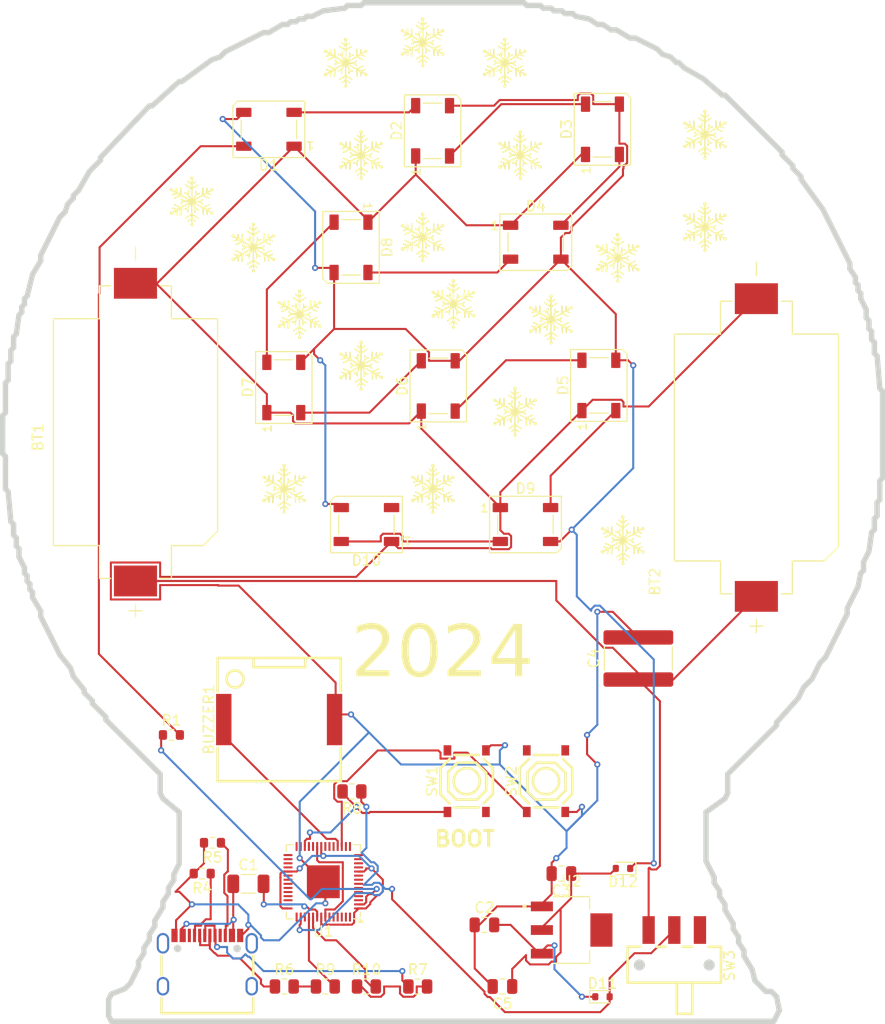
<source format=kicad_pcb>
(kicad_pcb (version 20241129) (generator "pcbnew") (generator_version "8.99")
  (layers (0 "F.Cu" signal) (2 "B.Cu" signal) (13 "F.Paste" user) (15 "B.Paste" user) (5 "F.SilkS" user "F.Silkscreen") (7 "B.SilkS" user "B.Silkscreen") (1 "F.Mask" user) (3 "B.Mask" user) (25 "Edge.Cuts" user))
  (net 0 "")
  (net 1 "Net-(SW3-C)")
  (net 2 "+5V")
  (net 3 "Net-(BUZZER1-+)")
  (net 4 "VCC")
  (net 5 "Net-(D1-DIN)")
  (net 6 "Net-(D1-DOUT)")
  (net 7 "Net-(D2-DOUT)")
  (net 8 "Net-(D3-DOUT)")
  (net 9 "Net-(D4-DOUT)")
  (net 10 "Net-(D5-DIN)")
  (net 11 "Net-(D5-DOUT)")
  (net 12 "Net-(D6-DIN)")
  (net 13 "Net-(D7-DIN)")
  (net 14 "Net-(D10-DIN)")
  (net 16 "Net-(U1-USB_VDD)")
  (net 17 "VBUS")
  (net 18 "Net-(J1-CC1)")
  (net 19 "Net-(J1-CC2)")
  (net 20 "Net-(U1-GPIO0)")
  (net 21 "Net-(J1-D--PadA7)")
  (net 22 "Net-(R6-Pad2)")
  (net 23 "Net-(J1-D+-PadA6)")
  (net 24 "Net-(R10-Pad1)")
  (net 25 "Net-(U1-USB_DM)")
  (net 26 "Net-(U1-USB_DP)")
  (net 27 "Net-(SW2-A)")
  (net 33 "Net-(U1-DVDD-Pad23)")
  (net 35 "Net-(U1-IOVDD-Pad1)")
  (net 70 "GND")
  (net 71 "Net-(D11-K)")
  (net 72 "Net-(D12-A)")
  (net 75 "Net-(SW1-A)")
  (footprint "LED_SMD:LED_WS2812B_PLCC4_5.0x5.0mm_P3.2mm" (layer "F.Cu") (at 131.45 83.15 90)
    (property "Reference" "D7")
    (property "Value" "WS2812B")
  )
  (footprint "Custom:SW-SMD_4P-L5.1-W5.1-P3.70-LS6.5-TL_H1.5" (layer "F.Cu") (at 149.271 121.5 90)
    (property "Reference" "SW1")
    (property "Value" "~")
  )
  (footprint "KiCad:snowflake" (layer "F.Cu") (at 145 68.5)
    (property "Reference" "G***" (hide yes))
    (property "Value" "LOGO" (hide yes))
  )
  (footprint "KiCad:snowflake" (layer "F.Cu") (at 139 60.5)
    (property "Reference" "G***" (hide yes))
    (property "Value" "LOGO" (hide yes))
  )
  (footprint "Package_DFN_QFN:QFN-56-1EP_7x7mm_P0.4mm_EP3.2x3.2mm" (layer "F.Cu") (at 135.3 131.3 180)
    (property "Reference" "U1")
    (property "Value" "RP2040")
  )
  (footprint "KiCad:snowflake" (layer "F.Cu") (at 131.5 93)
    (property "Reference" "G***" (hide yes))
    (property "Value" "LOGO" (hide yes))
  )
  (footprint "Custom:SW-SMD_K3-1280S-K1" (layer "F.Cu") (at 169.5 136 -90)
    (property "Reference" "SW3")
    (property "Value" "SW_SPDT")
    (fp_poly (pts (xy 3.951295 3.328211) (xy 3.914134 3.189524) (xy 3.842344 3.065181) (xy 3.740819 2.963656) (xy 3.616476 2.891866) (xy 3.477789 2.854705) (xy 3.334211 2.854705) (xy 3.195524 2.891866) (xy 3.071181 2.963656) (xy 2.969656 3.065181) (xy 2.897866 3.189524) (xy 2.860705 3.328211) (xy 2.860705 3.471789) (xy 2.897866 3.610476) (xy 2.969656 3.734819) (xy 3.071181 3.836344) (xy 3.195524 3.908134) (xy 3.334211 3.945295) (xy 3.477789 3.945295) (xy 3.616476 3.908134) (xy 3.740819 3.836344) (xy 3.842344 3.734819) (xy 3.914134 3.610476) (xy 3.951295 3.471789)) (fill yes) (layer "Edge.Cuts"))
    (fp_poly (pts (xy 3.951295 -3.471789) (xy 3.914134 -3.610476) (xy 3.842344 -3.734819) (xy 3.740819 -3.836344) (xy 3.616476 -3.908134) (xy 3.477789 -3.945295) (xy 3.334211 -3.945295) (xy 3.195524 -3.908134) (xy 3.071181 -3.836344) (xy 2.969656 -3.734819) (xy 2.897866 -3.610476) (xy 2.860705 -3.471789) (xy 2.860705 -3.328211) (xy 2.897866 -3.189524) (xy 2.969656 -3.065181) (xy 3.071181 -2.963656) (xy 3.195524 -2.891866) (xy 3.334211 -2.854705) (xy 3.477789 -2.854705) (xy 3.616476 -2.891866) (xy 3.740819 -2.963656) (xy 3.842344 -3.065181) (xy 3.914134 -3.189524) (xy 3.951295 -3.328211)) (fill yes) (layer "Edge.Cuts"))
  )
  (footprint "Resistor_SMD:R_0603_1608Metric" (layer "F.Cu") (at 124.5 127.5 180)
    (property "Reference" "R5")
    (property "Value" "5.1k")
  )
  (footprint "Capacitor_SMD:C_1206_3216Metric" (layer "F.Cu") (at 128 131.5)
    (property "Reference" "C1")
    (property "Value" "10u")
  )
  (footprint "CR2032-BS-6-1:BAT_CR2032-BS-6-1" (layer "F.Cu") (at 177.5 89 90)
    (property "Reference" "BT2")
    (property "Value" "3.7V LIR2032")
  )
  (footprint "KiCad:snowflake" (layer "F.Cu") (at 164 70.5)
    (property "Reference" "G***" (hide yes))
    (property "Value" "LOGO" (hide yes))
  )
  (footprint "LED_SMD:LED_WS2812B_PLCC4_5.0x5.0mm_P3.2mm" (layer "F.Cu") (at 139.5 96.5 180)
    (property "Reference" "D10")
    (property "Value" "WS2812B")
  )
  (footprint "Capacitor_SMD:C_0805_2012Metric" (layer "F.Cu") (at 151 135.5)
    (property "Reference" "C2")
    (property "Value" "47u")
  )
  (footprint "Resistor_SMD:R_0805_2012Metric" (layer "F.Cu") (at 135.5 141.5)
    (property "Reference" "R9")
    (property "Value" "10")
  )
  (footprint "Diode_SMD:D_SOD-523" (layer "F.Cu") (at 162.5 142.5)
    (property "Reference" "D11")
    (property "Value" "D")
  )
  (footprint "LED_SMD:LED_WS2812B_PLCC4_5.0x5.0mm_P3.2mm" (layer "F.Cu") (at 162.15 82.95 90)
    (property "Reference" "D5")
    (property "Value" "WS2812B")
  )
  (footprint "KiCad:snowflake" (layer "F.Cu") (at 146 93)
    (property "Reference" "G***" (hide yes))
    (property "Value" "LOGO" (hide yes))
  )
  (footprint "LED_SMD:LED_WS2812B_PLCC4_5.0x5.0mm_P3.2mm" (layer "F.Cu") (at 146.5 83 90)
    (property "Reference" "D6")
    (property "Value" "WS2812B")
  )
  (footprint "Diode_SMD:D_SOD-523" (layer "F.Cu") (at 164.5 130 180)
    (property "Reference" "D12")
    (property "Value" "D")
  )
  (footprint "LED_SMD:LED_WS2812B_PLCC4_5.0x5.0mm_P3.2mm" (layer "F.Cu") (at 138 69.5 -90)
    (property "Reference" "D8")
    (property "Value" "WS2812B")
  )
  (footprint "KiCad:snowflake" (layer "F.Cu") (at 154.5 60.5)
    (property "Reference" "G***" (hide yes))
    (property "Value" "LOGO" (hide yes))
  )
  (footprint "Resistor_SMD:R_0805_2012Metric" (layer "F.Cu") (at 131.5 141.5)
    (property "Reference" "R6")
    (property "Value" "10")
  )
  (footprint "LED_SMD:LED_WS2812B_PLCC4_5.0x5.0mm_P3.2mm" (layer "F.Cu") (at 162.5 58 90)
    (property "Reference" "D3")
    (property "Value" "WS2812B")
  )
  (footprint "Capacitor_SMD:C_0805_2012Metric" (layer "F.Cu") (at 158.5 130.5 180)
    (property "Reference" "C3")
    (property "Value" "47u")
  )
  (footprint "Custom:USB-C_SMD-TYPE-C-31-M-12" (layer "F.Cu") (at 124 139)
    (property "Reference" "J1" (hide yes))
    (property "Value" "USB_C_Receptacle")
    (fp_poly (pts (xy -2.528208 -1.254447) (xy -2.553545 -1.349006) (xy -2.602492 -1.433786) (xy -2.671714 -1.503008) (xy -2.756494 -1.551955) (xy -2.851053 -1.577292) (xy -2.948947 -1.577292) (xy -3.043506 -1.551955) (xy -3.128286 -1.503008) (xy -3.197508 -1.433786) (xy -3.246455 -1.349006) (xy -3.271792 -1.254447) (xy -3.271792 -1.156553) (xy -3.246455 -1.061994) (xy -3.197508 -0.977214) (xy -3.128286 -0.907992) (xy -3.043506 -0.859045) (xy -2.948947 -0.833708) (xy -2.851053 -0.833708) (xy -2.756494 -0.859045) (xy -2.671714 -0.907992) (xy -2.602492 -0.977214) (xy -2.553545 -1.061994) (xy -2.528208 -1.156553)) (fill yes) (layer "Edge.Cuts"))
    (fp_poly (pts (xy 3.271792 -1.254447) (xy 3.246455 -1.349006) (xy 3.197508 -1.433786) (xy 3.128286 -1.503008) (xy 3.043506 -1.551955) (xy 2.948947 -1.577292) (xy 2.851053 -1.577292) (xy 2.756494 -1.551955) (xy 2.671714 -1.503008) (xy 2.602492 -1.433786) (xy 2.553545 -1.349006) (xy 2.528208 -1.254447) (xy 2.528208 -1.156553) (xy 2.553545 -1.061994) (xy 2.602492 -0.977214) (xy 2.671714 -0.907992) (xy 2.756494 -0.859045) (xy 2.851053 -0.833708) (xy 2.948947 -0.833708) (xy 3.043506 -0.859045) (xy 3.128286 -0.907992) (xy 3.197508 -0.977214) (xy 3.246455 -1.061994) (xy 3.271792 -1.156553)) (fill yes) (layer "Edge.Cuts"))
  )
  (footprint "KiCad:snowflake" (layer "F.Cu") (at 128.5 69.5)
    (property "Reference" "G***" (hide yes))
    (property "Value" "LOGO" (hide yes))
  )
  (footprint "TLV1117-50CDCYR:SOT230P700X180-4N" (layer "F.Cu") (at 159.5 136)
    (property "Reference" "U2")
    (property "Value" "TLV1117-50")
  )
  (footprint "KiCad:snowflake" (layer "F.Cu") (at 172.5 58.5)
    (property "Reference" "G***" (hide yes))
    (property "Value" "LOGO" (hide yes))
  )
  (footprint "KiCad:snowflake" (layer "F.Cu") (at 148 75)
    (property "Reference" "G***" (hide yes))
    (property "Value" "LOGO" (hide yes))
  )
  (footprint "Resistor_SMD:R_0603_1608Metric" (layer "F.Cu") (at 123.5 130.5 180)
    (property "Reference" "R4")
    (property "Value" "5.1k")
  )
  (footprint "KiCad:snowflake" (layer "F.Cu") (at 122.5 65)
    (property "Reference" "G***" (hide yes))
    (property "Value" "LOGO" (hide yes))
  )
  (footprint "KiCad:snowflake" (layer "F.Cu") (at 133 76)
    (property "Reference" "G***" (hide yes))
    (property "Value" "LOGO" (hide yes))
  )
  (footprint "Resistor_SMD:R_0805_2012Metric" (layer "F.Cu") (at 139.5 141.5)
    (property "Reference" "R10")
    (property "Value" "10")
  )
  (footprint "LED_SMD:LED_WS2812B_PLCC4_5.0x5.0mm_P3.2mm" (layer "F.Cu") (at 155 96.5)
    (property "Reference" "D9")
    (property "Value" "WS2812B")
  )
  (footprint "Capacitor_SMD:C_0805_2012Metric" (layer "F.Cu") (at 152.755 141.5 180)
    (property "Reference" "C5")
    (property "Value" "47u")
  )
  (footprint "Resistor_SMD:R_0805_2012Metric" (layer "F.Cu") (at 138.0875 122.5 180)
    (property "Reference" "R8")
    (property "Value" "10k")
  )
  (footprint "KiCad:snowflake" (layer "F.Cu") (at 137.5 51.5)
    (property "Reference" "G***" (hide yes))
    (property "Value" "LOGO" (hide yes))
  )
  (footprint "KiCad:snowflake" (layer "F.Cu") (at 172.5 67.5)
    (property "Reference" "G***" (hide yes))
    (property "Value" "LOGO" (hide yes))
  )
  (footprint "Resistor_SMD:R_0805_2012Metric" (layer "F.Cu") (at 144.5 141.5)
    (property "Reference" "R7")
    (property "Value" "10")
  )
  (footprint "KiCad:snowflake" (layer "F.Cu") (at 139 81)
    (property "Reference" "G***" (hide yes))
    (property "Value" "LOGO" (hide yes))
  )
  (footprint "LED_SMD:LED_WS2812B_PLCC4_5.0x5.0mm_P3.2mm" (layer "F.Cu") (at 145.95 58.15 90)
    (property "Reference" "D2")
    (property "Value" "WS2812B")
  )
  (footprint "KiCad:snowflake" (layer "F.Cu") (at 157.5 76.5)
    (property "Reference" "G***" (hide yes))
    (property "Value" "LOGO" (hide yes))
  )
  (footprint "KiCad:snowflake" (layer "F.Cu") (at 145 49.5)
    (property "Reference" "G***" (hide yes))
    (property "Value" "LOGO" (hide yes))
  )
  (footprint "KiCad:snowflake" (layer "F.Cu") (at 164.5 98)
    (property "Reference" "G***" (hide yes))
    (property "Value" "LOGO" (hide yes))
  )
  (footprint "Capacitor_SMD:C_1825_4564Metric" (layer "F.Cu") (at 166 109.55 90)
    (property "Reference" "C4")
    (property "Value" "0.01u")
  )
  (footprint "Resistor_SMD:R_0603_1608Metric" (layer "F.Cu") (at 120.5 117)
    (property "Reference" "R1")
    (property "Value" "330")
  )
  (footprint "KiCad:snowflake" (layer "F.Cu") (at 153 51.5)
    (property "Reference" "G***" (hide yes))
    (property "Value" "LOGO" (hide yes))
  )
  (footprint "KiCad:snowflake" (layer "F.Cu") (at 154 85.5)
    (property "Reference" "G***" (hide yes))
    (property "Value" "LOGO" (hide yes))
  )
  (footprint "CR2032-BS-6-1:BAT_CR2032-BS-6-1" (layer "F.Cu") (at 117 87.5 90)
    (property "Reference" "BT1")
    (property "Value" "3.7V LIR2032")
  )
  (footprint "Custom:SW-SMD_4P-L5.1-W5.1-P3.70-LS6.5-TL_H1.5" (layer "F.Cu") (at 157 121.5 90)
    (property "Reference" "SW2")
    (property "Value" "~")
  )
  (footprint "FUET-1230:BUZ-SMD_L12.0-W12.0_FUET-1230" (layer "F.Cu") (at 131 115.5 90)
    (property "Reference" "BUZZER1")
    (property "Value" "4kHz")
  )
  (footprint "LED_SMD:LED_WS2812B_PLCC4_5.0x5.0mm_P3.2mm" (layer "F.Cu") (at 130 58 180)
    (property "Reference" "D1")
    (property "Value" "WS2812B")
  )
  (footprint "LED_SMD:LED_WS2812B_PLCC4_5.0x5.0mm_P3.2mm" (layer "F.Cu") (at 156 69)
    (property "Reference" "D4")
    (property "Value" "WS2812B")
  )
  (gr_line (start 181.056243 61.54479) (end 181.056243 61.809374) (stroke (width 0.529166) (color 255 0 0 1)) (layer "Edge.Cuts"))
  (gr_line (start 107.766667 70.805206) (end 107.766667 70.276041) (stroke (width 0.529166) (color 255 0 0 1)) (layer "Edge.Cuts"))
  (gr_line (start 175.764579 137.215618) (end 176.293746 138.009373) (stroke (width 0.529166) (color 255 0 0 1)) (layer "Edge.Cuts"))
  (gr_line (start 105.385417 77.948956) (end 105.65 76.096874) (stroke (width 0.529166) (color 255 0 0 1)) (layer "Edge.Cuts"))
  (gr_line (start 186.612495 71.598957) (end 187.141662 72.392708) (stroke (width 0.529166) (color 255 0 0 1)) (layer "Edge.Cuts"))
  (gr_line (start 118.879165 135.098957) (end 119.672916 133.776035) (stroke (width 0.529166) (color 255 0 0 1)) (layer "Edge.Cuts"))
  (gr_line (start 170.472915 52.019792) (end 172.324996 53.078125) (stroke (width 0.529166) (color 255 0 0 1)) (layer "Edge.Cuts"))
  (gr_line (start 104.327084 82.711456) (end 104.591667 82.446873) (stroke (width 0.529166) (color 255 0 0 1)) (layer "Edge.Cuts"))
  (gr_line (start 105.120833 96.469788) (end 104.85625 96.205204) (stroke (width 0.529166) (color 255 0 0 1)) (layer "Edge.Cuts"))
  (gr_line (start 105.120833 78.213539) (end 105.385417 77.948956) (stroke (width 0.529166) (color 255 0 0 1)) (layer "Edge.Cuts"))
  (gr_line (start 169.943748 51.490625) (end 170.472915 52.019792) (stroke (width 0.529166) (color 255 0 0 1)) (layer "Edge.Cuts"))
  (gr_line (start 187.40625 73.186457) (end 187.40625 73.715624) (stroke (width 0.529166) (color 255 0 0 1)) (layer "Edge.Cuts"))
  (gr_line (start 158.566665 46.463542) (end 158.831249 46.728125) (stroke (width 0.529166) (color 255 0 0 1)) (layer "Edge.Cuts"))
  (gr_line (start 156.71458 46.198959) (end 157.508331 46.198959) (stroke (width 0.529166) (color 255 0 0 1)) (layer "Edge.Cuts"))
  (gr_line (start 105.65 99.644791) (end 105.65 98.85104) (stroke (width 0.529166) (color 255 0 0 1)) (layer "Edge.Cuts"))
  (gr_line (start 188.199996 76.361458) (end 188.464576 76.62604) (stroke (width 0.529166) (color 255 0 0 1)) (layer "Edge.Cuts"))
  (gr_line (start 179.46875 116.048954) (end 174.706245 120.811451) (stroke (width 0.529166) (color 255 0 0 1)) (layer "Edge.Cuts"))
  (gr_line (start 186.347915 105.201038) (end 184.231246 109.434368) (stroke (width 0.529166) (color 255 0 0 1)) (layer "Edge.Cuts"))
  (gr_line (start 115.96875 141.713535) (end 116.497917 141.184368) (stroke (width 0.529166) (color 255 0 0 1)) (layer "Edge.Cuts"))
  (gr_line (start 189.522911 92.236458) (end 189.522911 94.088539) (stroke (width 0.529166) (color 255 0 0 1)) (layer "Edge.Cuts"))
  (gr_line (start 137.399997 46.198959) (end 137.664581 45.934375) (stroke (width 0.529166) (color 255 0 0 1)) (layer "Edge.Cuts"))
  (gr_line (start 175.235412 135.892704) (end 175.764579 136.686451) (stroke (width 0.529166) (color 255 0 0 1)) (layer "Edge.Cuts"))
  (gr_line (start 105.65 76.096874) (end 105.914584 75.832291) (stroke (width 0.529166) (color 255 0 0 1)) (layer "Edge.Cuts"))
  (gr_line (start 158.831249 46.728125) (end 159.624996 46.728125) (stroke (width 0.529166) (color 255 0 0 1)) (layer "Edge.Cuts"))
  (gr_line (start 172.324996 53.078125) (end 174.177078 54.665625) (stroke (width 0.529166) (color 255 0 0 1)) (layer "Edge.Cuts"))
  (gr_line (start 186.347915 104.671871) (end 186.347915 105.201038) (stroke (width 0.529166) (color 255 0 0 1)) (layer "Edge.Cuts"))
  (gr_line (start 131.84375 47.786459) (end 132.108333 47.521875) (stroke (width 0.529166) (color 255 0 0 1)) (layer "Edge.Cuts"))
  (gr_line (start 138.987499 45.934375) (end 139.252082 45.669792) (stroke (width 0.529166) (color 255 0 0 1)) (layer "Edge.Cuts"))
  (gr_line (start 181.056243 61.809374) (end 181.849998 62.603125) (stroke (width 0.529166) (color 255 0 0 1)) (layer "Edge.Cuts"))
  (gr_line (start 118.879165 135.628124) (end 118.879165 135.098957) (stroke (width 0.529166) (color 255 0 0 1)) (layer "Edge.Cuts"))
  (gr_line (start 111.470833 63.926041) (end 112.529167 62.073958) (stroke (width 0.529166) (color 255 0 0 1)) (layer "Edge.Cuts"))
  (gr_line (start 172.589576 129.278118) (end 173.383331 130.86562) (stroke (width 0.529166) (color 255 0 0 1)) (layer "Edge.Cuts"))
  (gr_line (start 104.85625 96.205204) (end 104.591667 93.294788) (stroke (width 0.529166) (color 255 0 0 1)) (layer "Edge.Cuts"))
  (gr_line (start 184.231246 109.434368) (end 183.702079 109.963535) (stroke (width 0.529166) (color 255 0 0 1)) (layer "Edge.Cuts"))
  (gr_line (start 132.902084 47.257292) (end 133.431247 47.257292) (stroke (width 0.529166) (color 255 0 0 1)) (layer "Edge.Cuts"))
  (gr_line (start 187.670829 101.232288) (end 187.40625 102.555206) (stroke (width 0.529166) (color 255 0 0 1)) (layer "Edge.Cuts"))
  (gr_line (start 162.006248 47.786459) (end 162.535415 47.786459) (stroke (width 0.529166) (color 255 0 0 1)) (layer "Edge.Cuts"))
  (gr_line (start 106.972917 103.613541) (end 106.972917 103.084374) (stroke (width 0.529166) (color 255 0 0 1)) (layer "Edge.Cuts"))
  (gr_line (start 179.997909 60.486458) (end 181.056243 61.54479) (stroke (width 0.529166) (color 255 0 0 1)) (layer "Edge.Cuts"))
  (gr_line (start 188.464576 77.419788) (end 188.729164 77.684372) (stroke (width 0.529166) (color 255 0 0 1)) (layer "Edge.Cuts"))
  (gr_line (start 186.612495 71.06979) (end 186.612495 71.598957) (stroke (width 0.529166) (color 255 0 0 1)) (layer "Edge.Cuts"))
  (gr_line (start 178.939582 141.978123) (end 179.46875 142.50729) (stroke (width 0.529166) (color 255 0 0 1)) (layer "Edge.Cuts"))
  (gr_line (start 165.181243 49.109375) (end 165.710411 49.109375) (stroke (width 0.529166) (color 255 0 0 1)) (layer "Edge.Cuts"))
  (gr_line (start 188.729164 78.478123) (end 188.993743 78.742706) (stroke (width 0.529166) (color 255 0 0 1)) (layer "Edge.Cuts"))
  (gr_line (start 187.670829 73.980208) (end 187.670829 74.509375) (stroke (width 0.529166) (color 255 0 0 1)) (layer "Edge.Cuts"))
  (gr_line (start 189.787498 83.505207) (end 189.787498 91.971874) (stroke (width 0.529166) (color 255 0 0 1)) (layer "Edge.Cuts"))
  (gr_line (start 120.731248 130.60104) (end 121.260416 129.542706) (stroke (width 0.529166) (color 255 0 0 1)) (layer "Edge.Cuts"))
  (gr_line (start 189.522911 83.240624) (end 189.787498 83.505207) (stroke (width 0.529166) (color 255 0 0 1)) (layer "Edge.Cuts"))
  (gr_line (start 113.587499 61.015624) (end 113.587499 60.751042) (stroke (width 0.529166) (color 255 0 0 1)) (layer "Edge.Cuts"))
  (gr_line (start 183.966659 65.778124) (end 186.612495 71.06979) (stroke (width 0.529166) (color 255 0 0 1)) (layer "Edge.Cuts"))
  (gr_line (start 117.820833 138.273953) (end 117.820833 137.744785) (stroke (width 0.529166) (color 255 0 0 1)) (layer "Edge.Cuts"))
  (gr_line (start 162.535415 47.786459) (end 163.329162 48.315625) (stroke (width 0.529166) (color 255 0 0 1)) (layer "Edge.Cuts"))
  (gr_line (start 120.202083 131.923954) (end 120.731248 131.130207) (stroke (width 0.529166) (color 0 255 0 1)) (layer "Edge.Cuts"))
  (gr_line (start 188.993743 78.742706) (end 188.993743 79.801041) (stroke (width 0.529166) (color 255 0 0 1)) (layer "Edge.Cuts"))
  (gr_line (start 179.204162 144.888538) (end 114.645833 144.888538) (stroke (width 0.529166) (color 255 0 0 1)) (layer "Edge.Cuts"))
  (gr_line (start 183.702079 109.963535) (end 182.908332 111.551037) (stroke (width 0.529166) (color 255 0 0 1)) (layer "Edge.Cuts"))
  (gr_line (start 110.941666 111.286457) (end 110.677083 110.492703) (stroke (width 0.529166) (color 255 0 0 1)) (layer "Edge.Cuts"))
  (gr_line (start 105.385417 97.792706) (end 105.120833 97.528122) (stroke (width 0.529166) (color 255 0 0 1)) (layer "Edge.Cuts"))
  (gr_line (start 174.706245 120.811451) (end 174.706245 122.66354) (stroke (width 0.529166) (color 255 0 0 1)) (layer "Edge.Cuts"))
  (gr_line (start 173.383331 130.86562) (end 173.383331 131.394787) (stroke (width 0.529166) (color 255 0 0 1)) (layer "Edge.Cuts"))
  (gr_line (start 179.733329 143.830204) (end 179.204162 144.888538) (stroke (width 0.529166) (color 255 0 0 1)) (layer "Edge.Cuts"))
  (gr_line (start 106.708333 102.81979) (end 106.708333 102.290623) (stroke (width 0.529166) (color 255 0 0 1)) (layer "Edge.Cuts"))
  (gr_line (start 182.908332 111.551037) (end 182.114578 112.344792) (stroke (width 0.529166) (color 255 0 0 1)) (layer "Edge.Cuts"))
  (gr_line (start 139.516666 45.669792) (end 154.862499 45.669792) (stroke (width 0.529166) (color 255 0 0 1)) (layer "Edge.Cuts"))
  (gr_line (start 104.591667 82.446873) (end 104.591667 80.859375) (stroke (width 0.529166) (color 255 0 0 1)) (layer "Edge.Cuts"))
  (gr_line (start 181.849998 62.867708) (end 183.966659 65.778124) (stroke (width 0.529166) (color 255 0 0 1)) (layer "Edge.Cuts"))
  (gr_line (start 124.435417 51.226042) (end 125.229166 50.961458) (stroke (width 0.529166) (color 255 0 0 1)) (layer "Edge.Cuts"))
  (gr_line (start 188.464576 99.115624) (end 187.935409 100.173954) (stroke (width 0.529166) (color 255 0 0 1)) (layer "Edge.Cuts"))
  (gr_line (start 110.4125 65.248957) (end 110.941666 64.719792) (stroke (width 0.529166) (color 255 0 0 1)) (layer "Edge.Cuts"))
  (gr_line (start 177.352081 140.919788) (end 178.410415 141.978123) (stroke (width 0.529166) (color 255 0 0 1)) (layer "Edge.Cuts"))
  (gr_line (start 132.108333 47.521875) (end 132.6375 47.521875) (stroke (width 0.529166) (color 255 0 0 1)) (layer "Edge.Cuts"))
  (gr_line (start 119.408332 120.811451) (end 114.116666 115.519787) (stroke (width 0.529166) (color 255 0 0 1)) (layer "Edge.Cuts"))
  (gr_line (start 114.645833 144.888538) (end 114.38125 144.359371) (stroke (width 0.529166) (color 255 0 0 1)) (layer "Edge.Cuts"))
  (gr_line (start 110.147916 66.042708) (end 110.4125 65.248957) (stroke (width 0.529166) (color 255 0 0 1)) (layer "Edge.Cuts"))
  (gr_line (start 125.758333 50.432292) (end 129.462497 48.580208) (stroke (width 0.529166) (color 255 0 0 1)) (layer "Edge.Cuts"))
  (gr_line (start 104.0625 85.886456) (end 104.327084 85.621872) (stroke (width 0.529166) (color 255 0 0 1)) (layer "Edge.Cuts"))
  (gr_line (start 121.260416 53.342708) (end 121.524999 53.342708) (stroke (width 0.529166) (color 255 0 0 1)) (layer "Edge.Cuts"))
  (gr_line (start 133.695831 46.992709) (end 134.224998 46.992709) (stroke (width 0.529166) (color 255 0 0 1)) (layer "Edge.Cuts"))
  (gr_line (start 119.408332 122.66354) (end 119.408332 120.811451) (stroke (width 0.529166) (color 255 0 0 1)) (layer "Edge.Cuts"))
  (gr_line (start 110.941666 64.455208) (end 111.470833 63.926041) (stroke (width 0.529166) (color 255 0 0 1)) (layer "Edge.Cuts"))
  (gr_line (start 179.997909 60.221874) (end 179.997909 60.486458) (stroke (width 0.529166) (color 255 0 0 1)) (layer "Edge.Cuts"))
  (gr_line (start 117.820833 137.744785) (end 118.35 136.951038) (stroke (width 0.529166) (color 255 0 0 1)) (layer "Edge.Cuts"))
  (gr_line (start 110.677083 110.492703) (end 109.61875 109.169788) (stroke (width 0.529166) (color 255 0 0 1)) (layer "Edge.Cuts"))
  (gr_line (start 181.849998 62.603125) (end 181.849998 62.867708) (stroke (width 0.529166) (color 255 0 0 1)) (layer "Edge.Cuts"))
  (gr_line (start 189.258331 95.676041) (end 188.993743 95.940624) (stroke (width 0.529166) (color 255 0 0 1)) (layer "Edge.Cuts"))
  (gr_line (start 179.46875 142.50729) (end 179.733329 143.830204) (stroke (width 0.529166) (color 255 0 0 1)) (layer "Edge.Cuts"))
  (gr_line (start 104.327084 93.030205) (end 104.327084 89.855206) (stroke (width 0.529166) (color 255 0 0 1)) (layer "Edge.Cuts"))
  (gr_line (start 133.431247 47.257292) (end 133.695831 46.992709) (stroke (width 0.529166) (color 255 0 0 1)) (layer "Edge.Cuts"))
  (gr_line (start 104.85625 79.536457) (end 105.120833 79.271874) (stroke (width 0.529166) (color 255 0 0 1)) (layer "Edge.Cuts"))
  (gr_line (start 168.356246 50.696875) (end 169.149993 50.961458) (stroke (width 0.529166) (color 255 0 0 1)) (layer "Edge.Cuts"))
  (gr_line (start 174.706245 122.66354) (end 174.441665 123.192707) (stroke (width 0.529166) (color 255 0 0 1)) (layer "Edge.Cuts"))
  (gr_line (start 187.40625 73.715624) (end 187.670829 73.980208) (stroke (width 0.529166) (color 255 0 0 1)) (layer "Edge.Cuts"))
  (gr_line (start 125.229166 50.961458) (end 125.758333 50.432292) (stroke (width 0.529166) (color 255 0 0 1)) (layer "Edge.Cuts"))
  (gr_line (start 181.585411 113.403118) (end 179.46875 115.784374) (stroke (width 0.529166) (color 255 0 0 1)) (layer "Edge.Cuts"))
  (gr_line (start 179.46875 115.784374) (end 179.46875 116.048954) (stroke (width 0.529166) (color 255 0 0 1)) (layer "Edge.Cuts"))
  (gr_line (start 189.258331 80.065624) (end 189.522911 83.240624) (stroke (width 0.529166) (color 255 0 0 1)) (layer "Edge.Cuts"))
  (gr_line (start 105.914584 75.832291) (end 105.914584 75.303124) (stroke (width 0.529166) (color 255 0 0 1)) (layer "Edge.Cuts"))
  (gr_line (start 132.6375 47.521875) (end 132.902084 47.257292) (stroke (width 0.529166) (color 255 0 0 1)) (layer "Edge.Cuts"))
  (gr_line (start 173.912498 132.188534) (end 173.912498 132.717701) (stroke (width 0.529166) (color 255 0 0 1)) (layer "Edge.Cuts"))
  (gr_line (start 104.327084 85.621872) (end 104.327084 82.711456) (stroke (width 0.529166) (color 255 0 0 1)) (layer "Edge.Cuts"))
  (gr_line (start 188.729164 97.263538) (end 188.464576 99.115624) (stroke (width 0.529166) (color 255 0 0 1)) (layer "Edge.Cuts"))
  (gr_line (start 188.464576 76.62604) (end 188.464576 77.419788) (stroke (width 0.529166) (color 255 0 0 1)) (layer "Edge.Cuts"))
  (gr_line (start 105.120833 97.528122) (end 105.120833 96.469788) (stroke (width 0.529166) (color 255 0 0 1)) (layer "Edge.Cuts"))
  (gr_line (start 106.972917 103.084374) (end 106.708333 102.81979) (stroke (width 0.529166) (color 255 0 0 1)) (layer "Edge.Cuts"))
  (gr_line (start 165.710411 49.109375) (end 167.827079 50.167708) (stroke (width 0.529166) (color 255 0 0 1)) (layer "Edge.Cuts"))
  (gr_line (start 121.260416 129.542706) (end 121.260416 124.515621) (stroke (width 0.529166) (color 255 0 0 1)) (layer "Edge.Cuts"))
  (gr_line (start 120.731248 131.130207) (end 120.731248 130.60104) (stroke (width 0.529166) (color 255 0 0 1)) (layer "Edge.Cuts"))
  (gr_line (start 121.260416 124.515621) (end 119.672916 123.192707) (stroke (width 0.529166) (color 255 0 0 1)) (layer "Edge.Cuts"))
  (gr_line (start 169.679161 51.490625) (end 169.943748 51.490625) (stroke (width 0.529166) (color 255 0 0 1)) (layer "Edge.Cuts"))
  (gr_line (start 114.645833 142.242703) (end 115.96875 141.713535) (stroke (width 0.529166) (color 255 0 0 1)) (layer "Edge.Cuts"))
  (gr_line (start 174.177078 54.665625) (end 174.441665 54.665625) (stroke (width 0.529166) (color 255 0 0 1)) (layer "Edge.Cuts"))
  (gr_line (start 169.149993 50.961458) (end 169.679161 51.490625) (stroke (width 0.529166) (color 255 0 0 1)) (layer "Edge.Cuts"))
  (gr_line (start 105.385417 98.586456) (end 105.385417 97.792706) (stroke (width 0.529166) (color 255 0 0 1)) (layer "Edge.Cuts"))
  (gr_line (start 110.941666 64.719792) (end 110.941666 64.455208) (stroke (width 0.529166) (color 255 0 0 1)) (layer "Edge.Cuts"))
  (gr_line (start 159.624996 46.728125) (end 159.889579 46.992709) (stroke (width 0.529166) (color 255 0 0 1)) (layer "Edge.Cuts"))
  (gr_line (start 117.291666 139.596867) (end 117.291666 139.067707) (stroke (width 0.529166) (color 255 0 0 1)) (layer "Edge.Cuts"))
  (gr_line (start 134.224998 46.992709) (end 135.283332 46.463542) (stroke (width 0.529166) (color 255 0 0 1)) (layer "Edge.Cuts"))
  (gr_line (start 112.793749 113.667706) (end 112 112.873959) (stroke (width 0.529166) (color 255 0 0 1)) (layer "Edge.Cuts"))
  (gr_line (start 188.729164 77.684372) (end 188.729164 78.478123) (stroke (width 0.529166) (color 255 0 0 1)) (layer "Edge.Cuts"))
  (gr_line (start 157.772914 46.463542) (end 158.566665 46.463542) (stroke (width 0.529166) (color 255 0 0 1)) (layer "Edge.Cuts"))
  (gr_line (start 105.65 98.85104) (end 105.385417 98.586456) (stroke (width 0.529166) (color 255 0 0 1)) (layer "Edge.Cuts"))
  (gr_line (start 121.524999 53.342708) (end 124.435417 51.226042) (stroke (width 0.529166) (color 255 0 0 1)) (layer "Edge.Cuts"))
  (gr_line (start 106.179166 100.703121) (end 105.65 99.644791) (stroke (width 0.529166) (color 255 0 0 1)) (layer "Edge.Cuts"))
  (gr_line (start 172.589576 124.515621) (end 172.589576 129.278118) (stroke (width 0.529166) (color 255 0 0 1)) (layer "Edge.Cuts"))
  (gr_line (start 173.383331 131.394787) (end 173.912498 132.188534) (stroke (width 0.529166) (color 255 0 0 1)) (layer "Edge.Cuts"))
  (gr_line (start 189.787498 91.971874) (end 189.522911 92.236458) (stroke (width 0.529166) (color 255 0 0 1)) (layer "Edge.Cuts"))
  (gr_line (start 107.766667 104.936455) (end 106.972917 103.613541) (stroke (width 0.529166) (color 255 0 0 1)) (layer "Edge.Cuts"))
  (gr_line (start 188.993743 79.801041) (end 189.258331 80.065624) (stroke (width 0.529166) (color 255 0 0 1)) (layer "Edge.Cuts"))
  (gr_line (start 119.672916 133.776035) (end 119.672916 133.246868) (stroke (width 0.529166) (color 255 0 0 1)) (layer "Edge.Cuts"))
  (gr_line (start 116.497917 141.184368) (end 117.291666 139.596867) (stroke (width 0.529166) (color 255 0 0 1)) (layer "Edge.Cuts"))
  (gr_line (start 106.44375 101.496872) (end 106.179166 101.232288) (stroke (width 0.529166) (color 255 0 0 1)) (layer "Edge.Cuts"))
  (gr_line (start 104.327084 89.855206) (end 104.0625 89.590622) (stroke (width 0.529166) (color 255 0 0 1)) (layer "Edge.Cuts"))
  (gr_line (start 106.44375 74.244791) (end 106.972917 72.128124) (stroke (width 0.529166) (color 255 0 0 1)) (layer "Edge.Cuts"))
  (gr_line (start 156.449996 45.934375) (end 156.71458 46.198959) (stroke (width 0.529166) (color 255 0 0 1)) (layer "Edge.Cuts"))
  (gr_line (start 139.516666 45.669792) (end 139.252082 45.669792) (stroke (width 0.529166)) (layer "Edge.Cuts"))
  (gr_line (start 119.672916 133.246868) (end 120.202083 132.453121) (stroke (width 0.529166) (color 255 0 0 1)) (layer "Edge.Cuts"))
  (gr_line (start 189.522911 94.088539) (end 189.258331 94.353123) (stroke (width 0.529166) (color 255 0 0 1)) (layer "Edge.Cuts"))
  (gr_line (start 106.179166 74.509375) (end 106.44375 74.244791) (stroke (width 0.529166) (color 255 0 0 1)) (layer "Edge.Cuts"))
  (gr_line (start 118.614583 55.723958) (end 121.260416 53.342708) (stroke (width 0.529166) (color 255 0 0 1)) (layer "Edge.Cuts"))
  (gr_line (start 120.202083 132.453121) (end 120.202083 131.923954) (stroke (width 0.529166) (color 255 0 0 1)) (layer "Edge.Cuts"))
  (gr_line (start 187.141662 72.921873) (end 187.40625 73.186457) (stroke (width 0.529166) (color 255 0 0 1)) (layer "Edge.Cuts"))
  (gr_line (start 106.179166 75.03854) (end 106.179166 74.509375) (stroke (width 0.529166) (color 255 0 0 1)) (layer "Edge.Cuts"))
  (gr_line (start 114.38125 144.359371) (end 114.38125 142.77187) (stroke (width 0.529166) (color 255 0 0 1)) (layer "Edge.Cuts"))
  (gr_line (start 104.85625 80.594792) (end 104.85625 79.536457) (stroke (width 0.529166) (color 255 0 0 1)) (layer "Edge.Cuts"))
  (gr_line (start 167.827079 50.167708) (end 168.356246 50.696875) (stroke (width 0.529166) (color 255 0 0 1)) (layer "Edge.Cuts"))
  (gr_line (start 187.141662 72.392708) (end 187.141662 72.921873) (stroke (width 0.529166) (color 255 0 0 1)) (layer "Edge.Cuts"))
  (gr_line (start 112 112.609371) (end 110.941666 111.286457) (stroke (width 0.529166) (color 255 0 0 1)) (layer "Edge.Cuts"))
  (gr_line (start 109.61875 66.571875) (end 110.147916 66.042708) (stroke (width 0.529166) (color 255 0 0 1)) (layer "Edge.Cuts"))
  (gr_line (start 131.314582 47.786459) (end 131.84375 47.786459) (stroke (width 0.529166) (color 255 0 0 1)) (layer "Edge.Cuts"))
  (gr_line (start 109.61875 109.169788) (end 107.766667 105.465622) (stroke (width 0.529166) (color 255 0 0 1)) (layer "Edge.Cuts"))
  (gr_line (start 105.120833 79.271874) (end 105.120833 78.213539) (stroke (width 0.529166) (color 255 0 0 1)) (layer "Edge.Cuts"))
  (gr_line (start 107.766667 105.465622) (end 107.766667 104.936455) (stroke (width 0.529166) (color 255 0 0 1)) (layer "Edge.Cuts"))
  (gr_line (start 174.441665 133.511456) (end 174.441665 134.040623) (stroke (width 0.529166) (color 255 0 0 1)) (layer "Edge.Cuts"))
  (gr_line (start 118.35 136.951038) (end 118.35 136.421871) (stroke (width 0.529166) (color 255 0 0 1)) (layer "Edge.Cuts"))
  (gr_line (start 129.462497 48.580208) (end 129.991664 48.580208) (stroke (width 0.529166) (color 255 0 0 1)) (layer "Edge.Cuts"))
  (gr_line (start 119.672916 123.192707) (end 119.408332 122.66354) (stroke (width 0.529166) (color 255 0 0 1)) (layer "Edge.Cuts"))
  (gr_line (start 188.199996 75.567707) (end 188.199996 76.361458) (stroke (width 0.529166) (color 255 0 0 1)) (layer "Edge.Cuts"))
  (gr_line (start 163.329162 48.315625) (end 163.858329 48.315625) (stroke (width 0.529166) (color 255 0 0 1)) (layer "Edge.Cuts"))
  (gr_line (start 112.793749 113.932285) (end 112.793749 113.667706) (stroke (width 0.529166) (color 255 0 0 1)) (layer "Edge.Cuts"))
  (gr_line (start 107.766667 70.276041) (end 109.61875 66.571875) (stroke (width 0.529166) (color 255 0 0 1)) (layer "Edge.Cuts"))
  (gr_line (start 112.529167 62.073958) (end 113.587499 61.015624) (stroke (width 0.529166) (color 255 0 0 1)) (layer "Edge.Cuts"))
  (gr_line (start 174.441665 54.665625) (end 179.997909 60.221874) (stroke (width 0.529166) (color 255 0 0 1)) (layer "Edge.Cuts"))
  (gr_line (start 175.764579 136.686451) (end 175.764579 137.215618) (stroke (width 0.529166) (color 255 0 0 1)) (layer "Edge.Cuts"))
  (gr_line (start 187.935409 100.967705) (end 187.670829 101.232288) (stroke (width 0.529166) (color 255 0 0 1)) (layer "Edge.Cuts"))
  (gr_line (start 114.38125 142.77187) (end 114.645833 142.242703) (stroke (width 0.529166) (color 255 0 0 1)) (layer "Edge.Cuts"))
  (gr_line (start 112 112.873959) (end 112 112.609371) (stroke (width 0.529166) (color 255 0 0 1)) (layer "Edge.Cuts"))
  (gr_line (start 104.0625 89.590622) (end 104.0625 85.886456) (stroke (width 0.529166) (color 255 0 0 1)) (layer "Edge.Cuts"))
  (gr_line (start 174.441665 123.192707) (end 172.589576 124.515621) (stroke (width 0.529166) (color 255 0 0 1)) (layer "Edge.Cuts"))
  (gr_line (start 106.44375 102.026039) (end 106.44375 101.496872) (stroke (width 0.529166) (color 255 0 0 1)) (layer "Edge.Cuts"))
  (gr_line (start 114.116666 115.519787) (end 114.116666 115.255207) (stroke (width 0.529166) (color 255 0 0 1)) (layer "Edge.Cuts"))
  (gr_line (start 137.664581 45.934375) (end 138.987499 45.934375) (stroke (width 0.529166) (color 255 0 0 1)) (layer "Edge.Cuts"))
  (gr_line (start 178.410415 141.978123) (end 178.939582 141.978123) (stroke (width 0.529166) (color 255 0 0 1)) (layer "Edge.Cuts"))
  (gr_line (start 113.587499 60.751042) (end 118.35 55.723958) (stroke (width 0.529166) (color 255 0 0 1)) (layer "Edge.Cuts"))
  (gr_line (start 154.862499 45.669792) (end 155.127082 45.934375) (stroke (width 0.529166) (color 255 0 0 1)) (layer "Edge.Cuts"))
  (gr_line (start 117.291666 139.067707) (end 117.820833 138.273953) (stroke (width 0.529166) (color 255 0 0 1)) (layer "Edge.Cuts"))
  (gr_line (start 189.258331 94.353123) (end 189.258331 95.676041) (stroke (width 0.529166) (color 255 0 0 1)) (layer "Edge.Cuts"))
  (gr_line (start 176.293746 138.009373) (end 176.293746 138.53854) (stroke (width 0.529166) (color 255 0 0 1)) (layer "Edge.Cuts"))
  (gr_line (start 105.914584 75.303124) (end 106.179166 75.03854) (stroke (width 0.529166) (color 255 0 0 1)) (layer "Edge.Cuts"))
  (gr_line (start 187.40625 102.555206) (end 186.347915 104.671871) (stroke (width 0.529166) (color 255 0 0 1)) (layer "Edge.Cuts"))
  (gr_line (start 163.858329 48.315625) (end 165.181243 49.109375) (stroke (width 0.529166) (color 255 0 0 1)) (layer "Edge.Cuts"))
  (gr_line (start 182.114578 112.344792) (end 181.585411 113.403118) (stroke (width 0.529166) (color 255 0 0 1)) (layer "Edge.Cuts"))
  (gr_line (start 187.670829 74.509375) (end 188.199996 75.567707) (stroke (width 0.529166) (color 255 0 0 1)) (layer "Edge.Cuts"))
  (gr_line (start 177.087493 139.861454) (end 177.352081 140.919788) (stroke (width 0.529166) (color 255 0 0 1)) (layer "Edge.Cuts"))
  (gr_line (start 188.993743 95.940624) (end 188.993743 96.998955) (stroke (width 0.529166) (color 255 0 0 1)) (layer "Edge.Cuts"))
  (gr_line (start 114.116666 115.255207) (end 112.793749 113.932285) (stroke (width 0.529166) (color 255 0 0 1)) (layer "Edge.Cuts"))
  (gr_line (start 118.35 136.421871) (end 118.879165 135.628124) (stroke (width 0.529166) (color 255 0 0 1)) (layer "Edge.Cuts"))
  (gr_line (start 155.127082 45.934375) (end 156.449996 45.934375) (stroke (width 0.529166) (color 255 0 0 1)) (layer "Edge.Cuts"))
  (gr_line (start 129.991664 48.580208) (end 131.314582 47.786459) (stroke (width 0.529166) (color 255 0 0 1)) (layer "Edge.Cuts"))
  (gr_line (start 104.591667 93.294788) (end 104.327084 93.030205) (stroke (width 0.529166) (color 255 0 0 1)) (layer "Edge.Cuts"))
  (gr_line (start 174.441665 134.040623) (end 175.235412 135.363537) (stroke (width 0.529166) (color 255 0 0 1)) (layer "Edge.Cuts"))
  (gr_line (start 175.235412 135.363537) (end 175.235412 135.892704) (stroke (width 0.529166) (color 255 0 0 1)) (layer "Edge.Cuts"))
  (gr_line (start 187.935409 100.173954) (end 187.935409 100.967705) (stroke (width 0.529166) (color 255 0 0 1)) (layer "Edge.Cuts"))
  (gr_line (start 104.591667 80.859375) (end 104.85625 80.594792) (stroke (width 0.529166) (color 255 0 0 1)) (layer "Edge.Cuts"))
  (gr_line (start 173.912498 132.717701) (end 174.441665 133.511456) (stroke (width 0.529166) (color 255 0 0 1)) (layer "Edge.Cuts"))
  (gr_line (start 159.889579 46.992709) (end 161.212493 47.257292) (stroke (width 0.529166) (color 255 0 0 1)) (layer "Edge.Cuts"))
  (gr_line (start 106.972917 72.128124) (end 107.766667 70.805206) (stroke (width 0.529166) (color 255 0 0 1)) (layer "Edge.Cuts"))
  (gr_line (start 161.212493 47.257292) (end 162.006248 47.786459) (stroke (width 0.529166) (color 255 0 0 1)) (layer "Edge.Cuts"))
  (gr_line (start 106.708333 102.290623) (end 106.44375 102.026039) (stroke (width 0.529166) (color 255 0 0 1)) (layer "Edge.Cuts"))
  (gr_line (start 106.179166 101.232288) (end 106.179166 100.703121) (stroke (width 0.529166) (color 255 0 0 1)) (layer "Edge.Cuts"))
  (gr_line (start 135.283332 46.463542) (end 137.399997 46.198959) (stroke (width 0.529166) (color 255 0 0 1)) (layer "Edge.Cuts"))
  (gr_line (start 118.35 55.723958) (end 118.614583 55.723958) (stroke (width 0.529166) (color 255 0 0 1)) (layer "Edge.Cuts"))
  (gr_line (start 188.993743 96.998955) (end 188.729164 97.263538) (stroke (width 0.529166) (color 255 0 0 1)) (layer "Edge.Cuts"))
  (gr_line (start 176.293746 138.53854) (end 177.087493 139.861454) (stroke (width 0.529166) (color 255 0 0 1)) (layer "Edge.Cuts"))
  (gr_line (start 157.508331 46.198959) (end 157.772914 46.463542) (stroke (width 0.529166) (color 255 0 0 1)) (layer "Edge.Cuts"))
  (gr_text "BOOT" (at 146 128 0) (layer "F.SilkS") (effects (font (size 1.5 1.5) (thickness 0.3) (bold yes)) (justify left bottom)))
  (gr_text "2024" (at 138 112.1345 0) (layer "F.SilkS") (effects (font (size 5 5) (thickness 0.1)) (justify left bottom)))
  (segment (start 158 103.88616) (end 158 102) (width 0.2) (layer "F.Cu") (net 1))
  (segment (start 117 102) (end 158 102) (width 0.2) (layer "F.Cu") (net 1))
  (segment (start 163.501 108.501) (end 162.61484 108.501) (width 0.2) (layer "F.Cu") (net 1))
  (segment (start 167.075029 129.924971) (end 167.251057 130.101) (width 0.2) (layer "F.Cu") (net 1))
  (segment (start 167 130) (end 167.075029 129.924971) (width 0.2) (layer "F.Cu") (net 1))
  (segment (start 166 111.6) (end 166 111) (width 0.2) (layer "F.Cu") (net 1))
  (segment (start 162.61484 108.501) (end 158 103.88616) (width 0.2) (layer "F.Cu") (net 1))
  (segment (start 167.748943 130.101) (end 168.101 129.748943) (width 0.2) (layer "F.Cu") (net 1))
  (segment (start 166 111) (end 163.501 108.501) (width 0.2) (layer "F.Cu") (net 1))
  (segment (start 168.101 113.701) (end 166 111.6) (width 0.2) (layer "F.Cu") (net 1))
  (segment (start 166 111.6) (end 169.4 111.6) (width 0.2) (layer "F.Cu") (net 1))
  (segment (start 167.251057 130.101) (end 167.748943 130.101) (width 0.2) (layer "F.Cu") (net 1))
  (segment (start 168.101 129.748943) (end 168.101 113.701) (width 0.2) (layer "F.Cu") (net 1))
  (segment (start 169.4 111.6) (end 177.5 103.5) (width 0.2) (layer "F.Cu") (net 1))
  (segment (start 167 136) (end 167 130) (width 0.2) (layer "F.Cu") (net 1))
  (segment (start 148.55 80.55) (end 158.45 70.65) (width 0.2) (layer "F.Cu") (net 2))
  (segment (start 157.45 98.15) (end 158.25 98.15) (width 0.2) (layer "F.Cu") (net 2))
  (segment (start 164.674452 59.399) (end 164.15 59.399) (width 0.2) (layer "F.Cu") (net 2))
  (segment (start 158.45 68.55) (end 158.899 68.101) (width 0.2) (layer "F.Cu") (net 2))
  (segment (start 147.6 55.7) (end 151.9329 55.7) (width 0.2) (layer "F.Cu") (net 2))
  (segment (start 161.374452 54.499) (end 161.601 54.725548) (width 0.2) (layer "F.Cu") (net 2))
  (segment (start 164.901 59.625548) (end 164.674452 59.399) (width 0.2) (layer "F.Cu") (net 2))
  (segment (start 143.325452 77.45) (end 136.35 77.45) (width 0.2) (layer "F.Cu") (net 2))
  (segment (start 158.35 98.15) (end 157.45 98.15) (width 0.2) (layer "F.Cu") (net 2))
  (segment (start 158.899 68.101) (end 159.274452 68.101) (width 0.2) (layer "F.Cu") (net 2))
  (segment (start 137.05 94.85) (end 136.7 94.5) (width 0.2) (layer "F.Cu") (net 2))
  (segment (start 160.325548 54.499) (end 161.374452 54.499) (width 0.2) (layer "F.Cu") (net 2))
  (segment (start 164.901 61.274452) (end 164.901 59.625548) (width 0.2) (layer "F.Cu") (net 2))
  (segment (start 167.5 129.5) (end 165.7 129.5) (width 0.2) (layer "F.Cu") (net 2))
  (segment (start 145.601 80.55) (end 145.601 79.725548) (width 0.2) (layer "F.Cu") (net 2))
  (segment (start 136.35 71.95) (end 136.35 77.45) (width 0.2) (layer "F.Cu") (net 2))
  (segment (start 164.5 61.8671) (end 164.551 61.8161) (width 0.2) (layer "F.Cu") (net 2))
  (segment (start 165.7 129.5) (end 165.2 130) (width 0.2) (layer "F.Cu") (net 2))
  (segment (start 163.8 80.5) (end 165 80.5) (width 0.2) (layer "F.Cu") (net 2))
  (segment (start 160.099 54.725548) (end 160.325548 54.499) (width 0.2) (layer "F.Cu") (net 2))
  (segment (start 158.45 70.65) (end 158.45 68.55) (width 0.2) (layer "F.Cu") (net 2))
  (segment (start 134.4 79.9) (end 134.4 79.4) (width 0.2) (layer "F.Cu") (net 2))
  (segment (start 148.15 80.55) (end 145.601 80.55) (width 0.2) (layer "F.Cu") (net 2))
  (segment (start 159.274452 68.101) (end 159.501 67.874452) (width 0.2) (layer "F.Cu") (net 2))
  (segment (start 135.9 71.5) (end 134.5 71.5) (width 0.2) (layer "F.Cu") (net 2))
  (segment (start 165 80.5) (end 165.5 81) (width 0.2) (layer "F.Cu") (net 2))
  (segment (start 163.8 80.5) (end 163.8 76) (width 0.2) (layer "F.Cu") (net 2))
  (segment (start 152.4839 55.149) (end 160.099 55.149) (width 0.2) (layer "F.Cu") (net 2))
  (segment (start 135 80.5) (end 134.4 79.9) (width 0.2) (layer "F.Cu") (net 2))
  (segment (start 161.601 55.55) (end 164.15 55.55) (width 0.2) (layer "F.Cu") (net 2))
  (segment (start 159.5 97) (end 158.35 98.15) (width 0.2) (layer "F.Cu") (net 2))
  (segment (start 164.674452 61.501) (end 164.901 61.274452) (width 0.2) (layer "F.Cu") (net 2))
  (segment (start 136.35 71.95) (end 135.9 71.5) (width 0.2) (layer "F.Cu") (net 2))
  (segment (start 164.5 62.5) (end 164.5 61.8671) (width 0.2) (layer "F.Cu") (net 2))
  (segment (start 159.501 67.499) (end 164.5 62.5) (width 0.2) (layer "F.Cu") (net 2))
  (segment (start 164.551 61.8161) (end 164.551 61.501) (width 0.2) (layer "F.Cu") (net 2))
  (segment (start 145.601 79.725548) (end 143.325452 77.45) (width 0.2) (layer "F.Cu") (net 2))
  (segment (start 125.5 57) (end 126.9 57) (width 0.2) (layer "F.Cu") (net 2))
  (segment (start 160.099 55.149) (end 160.099 54.725548) (width 0.2) (layer "F.Cu") (net 2))
  (segment (start 136.35 77.45) (end 134.4 79.4) (width 0.2) (layer "F.Cu") (net 2))
  (segment (start 164.551 61.501) (end 164.674452 61.501) (width 0.2) (layer "F.Cu") (net 2))
  (segment (start 126.9 57) (end 127.55 56.35) (width 0.2) (layer "F.Cu") (net 2))
  (segment (start 148.15 80.55) (end 148.55 80.55) (width 0.2) (layer "F.Cu") (net 2))
  (segment (start 136.7 94.5) (end 135.5 94.5) (width 0.2) (layer "F.Cu") (net 2))
  (segment (start 163.8 76) (end 158.45 70.65) (width 0.2) (layer "F.Cu") (net 2))
  (segment (start 161.601 54.725548) (end 161.601 55.55) (width 0.2) (layer "F.Cu") (net 2))
  (segment (start 159.501 67.874452) (end 159.501 67.499) (width 0.2) (layer "F.Cu") (net 2))
  (segment (start 151.9329 55.7) (end 152.4839 55.149) (width 0.2) (layer "F.Cu") (net 2))
  (segment (start 164.15 59.399) (end 164.15 55.55) (width 0.2) (layer "F.Cu") (net 2))
  (segment (start 134.4 79.4) (end 133.1 80.7) (width 0.2) (layer "F.Cu") (net 2))
  (via (at 165.5 81) (size 0.6) (drill 0.3) (layers "F.Cu" "B.Cu") (net 2))
  (via (at 135 80.5) (size 0.6) (drill 0.3) (layers "F.Cu" "B.Cu") (net 2))
  (via (at 135.5 94.5) (size 0.6) (drill 0.3) (layers "F.Cu" "B.Cu") (net 2))
  (via (at 134.5 71.5) (size 0.6) (drill 0.3) (layers "F.Cu" "B.Cu") (net 2))
  (via (at 159.5 97) (size 0.6) (drill 0.3) (layers "F.Cu" "B.Cu") (net 2))
  (via (at 125.5 57) (size 0.6) (drill 0.3) (layers "F.Cu" "B.Cu") (net 2))
  (via (at 167.5 129.5) (size 0.6) (drill 0.3) (layers "F.Cu" "B.Cu") (net 2))
  (segment (start 167.5 109.650057) (end 162.248943 104.399) (width 0.2) (layer "B.Cu") (net 2))
  (segment (start 160 97.5) (end 159.5 97) (width 0.2) (layer "B.Cu") (net 2))
  (segment (start 135.5 94.5) (end 135.5 81) (width 0.2) (layer "B.Cu") (net 2))
  (segment (start 167.5 129.5) (end 167.5 109.650057) (width 0.2) (layer "B.Cu") (net 2))
  (segment (start 161.399 104.899) (end 160 103.5) (width 0.2) (layer "B.Cu") (net 2))
  (segment (start 162.248943 104.399) (end 161.751057 104.399) (width 0.2) (layer "B.Cu") (net 2))
  (segment (start 135.5 81) (end 135 80.5) (width 0.2) (layer "B.Cu") (net 2))
  (segment (start 161.399 104.751057) (end 161.399 104.899) (width 0.2) (layer "B.Cu") (net 2))
  (segment (start 160 103.5) (end 160 97.5) (width 0.2) (layer "B.Cu") (net 2))
  (segment (start 165.5 91) (end 159.5 97) (width 0.2) (layer "B.Cu") (net 2))
  (segment (start 134.5 66) (end 125.5 57) (width 0.2) (layer "B.Cu") (net 2))
  (segment (start 161.751057 104.399) (end 161.399 104.751057) (width 0.2) (layer "B.Cu") (net 2))
  (segment (start 165.5 81) (end 165.5 91) (width 0.2) (layer "B.Cu") (net 2))
  (segment (start 134.5 71.5) (end 134.5 66) (width 0.2) (layer "B.Cu") (net 2))
  (segment (start 136.096774 127.124) (end 136.1 127.127226) (width 0.2) (layer "F.Cu") (net 3))
  (segment (start 135.696774 127.124) (end 135.7 127.127226) (width 0.2) (layer "F.Cu") (net 3))
  (segment (start 136.496774 127.124) (end 136.7 127.327226) (width 0.2) (layer "F.Cu") (net 3))
  (segment (start 125.6 117.1) (end 135.624 127.124) (width 0.2) (layer "F.Cu") (net 3))
  (segment (start 136.103226 127.124) (end 136.496774 127.124) (width 0.2) (layer "F.Cu") (net 3))
  (segment (start 135.703226 127.124) (end 136.096774 127.124) (width 0.2) (layer "F.Cu") (net 3))
  (segment (start 136.7 127.327226) (end 136.7 127.8625) (width 0.2) (layer "F.Cu") (net 3))
  (segment (start 136.1 127.127226) (end 136.103226 127.124) (width 0.2) (layer "F.Cu") (net 3))
  (segment (start 125.6 115.5) (end 125.6 117.1) (width 0.2) (layer "F.Cu") (net 3))
  (segment (start 135.7 127.127226) (end 135.703226 127.124) (width 0.2) (layer "F.Cu") (net 3))
  (segment (start 135.624 127.124) (end 135.696774 127.124) (width 0.2) (layer "F.Cu") (net 3))
  (segment (start 153 144) (end 151.526 142.526) (width 0.2) (layer "F.Cu") (net 4))
  (segment (start 163.2 142.5) (end 163.2 140.684894) (width 0.2) (layer "F.Cu") (net 4))
  (segment (start 133.1 134.7375) (end 133.1 135.4) (width 0.2) (layer "F.Cu") (net 4))
  (segment (start 144 135) (end 142 133) (width 0.2) (layer "F.Cu") (net 4))
  (segment (start 165.625189 138.259705) (end 167.240295 138.259705) (width 0.2) (layer "F.Cu") (net 4))
  (segment (start 151.004 142.004) (end 144 135) (width 0.2) (layer "F.Cu") (net 4))
  (segment (start 151.004 142.21016) (end 151.004 142.004) (width 0.2) (layer "F.Cu") (net 4))
  (segment (start 139 123.5) (end 139.5 124) (width 0.2) (layer "F.Cu") (net 4))
  (segment (start 162.291968 144) (end 153 144) (width 0.2) (layer "F.Cu") (net 4))
  (segment (start 163.2 140.684894) (end 165.625189 138.259705) (width 0.2) (layer "F.Cu") (net 4))
  (segment (start 133.1 135.4) (end 133 135.5) (width 0.2) (layer "F.Cu") (net 4))
  (segment (start 163.2 143.091968) (end 162.291968 144) (width 0.2) (layer "F.Cu") (net 4))
  (segment (start 139 122.5) (end 139 123.5) (width 0.2) (layer "F.Cu") (net 4))
  (segment (start 151.526 142.526) (end 151.31984 142.526) (width 0.2) (layer "F.Cu") (net 4))
  (segment (start 163.2 142.5) (end 163.2 143.091968) (width 0.2) (layer "F.Cu") (net 4))
  (segment (start 142 133) (end 142 132) (width 0.2) (layer "F.Cu") (net 4))
  (segment (start 167.240295 138.259705) (end 169.5 136) (width 0.2) (layer "F.Cu") (net 4))
  (segment (start 133 135.5) (end 133 136) (width 0.2) (layer "F.Cu") (net 4))
  (segment (start 151.31984 142.526) (end 151.004 142.21016) (width 0.2) (layer "F.Cu") (net 4))
  (via (at 133 136) (size 0.6) (drill 0.3) (layers "F.Cu" "B.Cu") (net 4))
  (via (at 142 132) (size 0.6) (drill 0.3) (layers "F.Cu" "B.Cu") (net 4))
  (via (at 139.5 124) (size 0.6) (drill 0.3) (layers "F.Cu" "B.Cu") (net 4))
  (segment (start 140.051057 132.401) (end 138.448943 132.401) (width 0.2) (layer "B.Cu") (net 4))
  (segment (start 139.5 124) (end 139.5 128) (width 0.2) (layer "B.Cu") (net 4))
  (segment (start 141.101 132.248943) (end 140.748943 132.601) (width 0.2) (layer "B.Cu") (net 4))
  (segment (start 139.03355 128.46645) (end 139.9661 129.399) (width 0.2) (layer "B.Cu") (net 4))
  (segment (start 139.5 128) (end 139.03355 128.46645) (width 0.2) (layer "B.Cu") (net 4))
  (segment (start 140.601 129.751057) (end 140.601 130.248943) (width 0.2) (layer "B.Cu") (net 4))
  (segment (start 141.349943 132) (end 140.748943 131.399) (width 0.2) (layer "B.Cu") (net 4))
  (segment (start 140.601 130.248943) (end 139.250943 131.599) (width 0.2) (layer "B.Cu") (net 4))
  (segment (start 141.101 131.751057) (end 141.101 132.248943) (width 0.2) (layer "B.Cu") (net 4))
  (segment (start 139.250943 131.599) (end 140.051057 131.599) (width 0.2) (layer "B.Cu") (net 4))
  (segment (start 140.748943 131.399) (end 141.101 131.751057) (width 0.2) (layer "B.Cu") (net 4))
  (segment (start 140.251057 132.601) (end 140.051057 132.401) (width 0.2) (layer "B.Cu") (net 4))
  (segment (start 139.9661 129.399) (end 140.248943 129.399) (width 0.2) (layer "B.Cu") (net 4))
  (segment (start 140.748943 132.601) (end 140.251057 132.601) (width 0.2) (layer "B.Cu") (net 4))
  (segment (start 134.849943 136) (end 133 136) (width 0.2) (layer "B.Cu") (net 4))
  (segment (start 140.251057 131.399) (end 140.748943 131.399) (width 0.2) (layer "B.Cu") (net 4))
  (segment (start 140.248943 129.399) (end 140.601 129.751057) (width 0.2) (layer "B.Cu") (net 4))
  (segment (start 140.051057 131.599) (end 140.251057 131.399) (width 0.2) (layer "B.Cu") (net 4))
  (segment (start 142 132) (end 141.349943 132) (width 0.2) (layer "B.Cu") (net 4))
  (segment (start 138.448943 132.401) (end 134.849943 136) (width 0.2) (layer "B.Cu") (net 4))
  (segment (start 113.4329 109.1079) (end 121.325 117) (width 0.2) (layer "F.Cu") (net 5))
  (segment (start 113.5 69.5) (end 113.5 74) (width 0.2) (layer "F.Cu") (net 5))
  (segment (start 127.55 59.65) (end 123.35 59.65) (width 0.2) (layer "F.Cu") (net 5))
  (segment (start 113.4329 74.0671) (end 113.4329 109.1079) (width 0.2) (layer "F.Cu") (net 5))
  (segment (start 123.35 59.65) (end 113.5 69.5) (width 0.2) (layer "F.Cu") (net 5))
  (segment (start 113.5 74) (end 113.4329 74.0671) (width 0.2) (layer "F.Cu") (net 5))
  (segment (start 132.45 56.35) (end 143.65 56.35) (width 0.2) (layer "F.Cu") (net 6))
  (segment (start 143.65 56.35) (end 144.3 55.7) (width 0.2) (layer "F.Cu") (net 6))
  (segment (start 147.6 60.6) (end 152.65 55.55) (width 0.2) (layer "F.Cu") (net 7))
  (segment (start 152.65 55.55) (end 160.85 55.55) (width 0.2) (layer "F.Cu") (net 7))
  (segment (start 164.15 61.65) (end 158.45 67.35) (width 0.2) (layer "F.Cu") (net 8))
  (segment (start 164.15 60.45) (end 164.15 61.65) (width 0.2) (layer "F.Cu") (net 8))
  (segment (start 152.25 71.95) (end 153.55 70.65) (width 0.2) (layer "F.Cu") (net 9))
  (segment (start 139.65 71.95) (end 152.25 71.95) (width 0.2) (layer "F.Cu") (net 9))
  (segment (start 153.1 80.5) (end 148.15 85.45) (width 0.2) (layer "F.Cu") (net 10))
  (segment (start 160.5 80.5) (end 153.1 80.5) (width 0.2) (layer "F.Cu") (net 10))
  (segment (start 157.45 94.85) (end 157.45 91.75) (width 0.2) (layer "F.Cu") (net 11))
  (segment (start 157.45 91.75) (end 163.8 85.4) (width 0.2) (layer "F.Cu") (net 11))
  (segment (start 139.8 85.6) (end 144.85 80.55) (width 0.2) (layer "F.Cu") (net 12))
  (segment (start 133.1 85.6) (end 139.8 85.6) (width 0.2) (layer "F.Cu") (net 12))
  (segment (start 129.8 80.7) (end 129.8 73.6) (width 0.2) (layer "F.Cu") (net 13))
  (segment (start 129.8 73.6) (end 136.35 67.05) (width 0.2) (layer "F.Cu") (net 13))
  (segment (start 152.55 98.15) (end 143.15 98.15) (width 0.2) (layer "F.Cu") (net 14))
  (segment (start 142.774452 97.399) (end 141.125548 97.399) (width 0.2) (layer "F.Cu") (net 14))
  (segment (start 140.899 97.625548) (end 140.899 98.15) (width 0.2) (layer "F.Cu") (net 14))
  (segment (start 143.15 98.15) (end 143.001 98.001) (width 0.2) (layer "F.Cu") (net 14))
  (segment (start 143.001 98.001) (end 143.001 97.625548) (width 0.2) (layer "F.Cu") (net 14))
  (segment (start 143.001 97.625548) (end 142.774452 97.399) (width 0.2) (layer "F.Cu") (net 14))
  (segment (start 140.899 98.15) (end 137.05 98.15) (width 0.2) (layer "F.Cu") (net 14))
  (segment (start 141.125548 97.399) (end 140.899 97.625548) (width 0.2) (layer "F.Cu") (net 14))
  (segment (start 133.45243 133.69904) (end 133.66154 133.69904) (width 0.2) (layer "F.Cu") (net 16))
  (segment (start 134.103226 133.999) (end 134.499 133.999) (width 0.2) (layer "F.Cu") (net 16))
  (segment (start 133.66154 133.69904) (end 133.9615 133.999) (width 0.2) (layer "F.Cu") (net 16))
  (segment (start 129.5 131.525) (end 129.475 131.5) (width 0.2) (layer "F.Cu") (net 16))
  (segment (start 134.1 134.002226) (end 134.103226 133.999) (width 0.2) (layer "F.Cu") (net 16))
  (segment (start 134.7 134.2) (end 134.7 134.7375) (width 0.2) (layer "F.Cu") (net 16))
  (segment (start 133.9615 133.999) (end 134.096774 133.999) (width 0.2) (layer "F.Cu") (net 16))
  (segment (start 134.096774 133.999) (end 134.1 134.002226) (width 0.2) (layer "F.Cu") (net 16))
  (segment (start 129.5 133.5) (end 129.5 131.525) (width 0.2) (layer "F.Cu") (net 16))
  (segment (start 134.499 133.999) (end 134.7 134.2) (width 0.2) (layer "F.Cu") (net 16))
  (via (at 133.45243 133.69904) (size 0.6) (drill 0.3) (layers "F.Cu" "B.Cu") (net 16))
  (via (at 129.5 133.5) (size 0.6) (drill 0.3) (layers "F.Cu" "B.Cu") (net 16))
  (segment (start 129.5 133.5) (end 133.25339 133.5) (width 0.2) (layer "B.Cu") (net 16))
  (segment (start 133.25339 133.5) (end 133.45243 133.69904) (width 0.2) (layer "B.Cu") (net 16))
  (segment (start 126.525 131.5) (end 126.525 136.251) (width 0.2) (layer "F.Cu") (net 17))
  (segment (start 121.45 136.526) (end 121.45 135.914284) (width 0.2) (layer "F.Cu") (net 17))
  (segment (start 126.525 136.251) (end 126.25 136.526) (width 0.2) (layer "F.Cu") (net 17))
  (segment (start 121.45 135.914284) (end 121.971488 135.392796) (width 0.2) (layer "F.Cu") (net 17))
  (via (at 121.971488 135.392796) (size 0.6) (drill 0.3) (layers "F.Cu" "B.Cu") (net 17))
  (via (at 126.56484 135) (size 0.6) (drill 0.3) (layers "F.Cu" "B.Cu") (net 17))
  (segment (start 126.172044 135.392796) (end 126.56484 135) (width 0.2) (layer "B.Cu") (net 17))
  (segment (start 121.971488 135.392796) (end 126.172044 135.392796) (width 0.2) (layer "B.Cu") (net 17))
  (segment (start 123.398 135.575) (end 123.398 135.4089) (width 0.2) (layer "F.Cu") (net 18))
  (segment (start 123.398 135.4089) (end 123.8559 134.951) (width 0.2) (layer "F.Cu") (net 18))
  (segment (start 122.799 135.575) (end 123.398 135.575) (width 0.2) (layer "F.Cu") (net 18))
  (segment (start 122.799 135.575) (end 122.799 136.477) (width 0.2) (layer "F.Cu") (net 18))
  (segment (start 122.799 136.477) (end 122.75 136.526) (width 0.2) (layer "F.Cu") (net 18))
  (segment (start 124.325 130.5) (end 124.325 134.951) (width 0.2) (layer "F.Cu") (net 18))
  (segment (start 123.8559 134.951) (end 124.325 134.951) (width 0.2) (layer "F.Cu") (net 18))
  (segment (start 125.96484 130.299) (end 125.649 130.61484) (width 0.2) (layer "F.Cu") (net 19))
  (segment (start 125.96484 132.701) (end 125.96484 135.575) (width 0.2) (layer "F.Cu") (net 19))
  (segment (start 125.325 127.5) (end 126 128.175) (width 0.2) (layer "F.Cu") (net 19))
  (segment (start 125.96484 135.575) (end 125.799 135.575) (width 0.2) (layer "F.Cu") (net 19))
  (segment (start 126 128.175) (end 126 130.299) (width 0.2) (layer "F.Cu") (net 19))
  (segment (start 125.649 130.61484) (end 125.649 132.38516) (width 0.2) (layer "F.Cu") (net 19))
  (segment (start 126 130.299) (end 125.96484 130.299) (width 0.2) (layer "F.Cu") (net 19))
  (segment (start 125.799 136.477) (end 125.75 136.526) (width 0.2) (layer "F.Cu") (net 19))
  (segment (start 125.799 135.575) (end 125.799 136.477) (width 0.2) (layer "F.Cu") (net 19))
  (segment (start 125.649 132.38516) (end 125.96484 132.701) (width 0.2) (layer "F.Cu") (net 19))
  (segment (start 140 132.5) (end 139.7375 132.5) (width 0.2) (layer "F.Cu") (net 20))
  (segment (start 139.476 132.896774) (end 139.472774 132.9) (width 0.2) (layer "F.Cu") (net 20))
  (segment (start 119.675 117) (end 119.5 117.175) (width 0.2) (layer "F.Cu") (net 20))
  (segment (start 139.476 132.903226) (end 139.476 133.296774) (width 0.2) (layer "F.Cu") (net 20))
  (segment (start 119.5 117.175) (end 119.5 118.5) (width 0.2) (layer "F.Cu") (net 20))
  (segment (start 139.476 132.7615) (end 139.476 132.896774) (width 0.2) (layer "F.Cu") (net 20))
  (segment (start 139.272774 133.5) (end 138.7375 133.5) (width 0.2) (layer "F.Cu") (net 20))
  (segment (start 140.5 132) (end 140 132.5) (width 0.2) (layer "F.Cu") (net 20))
  (segment (start 139.476 133.296774) (end 139.272774 133.5) (width 0.2) (layer "F.Cu") (net 20))
  (segment (start 139.7375 132.5) (end 139.476 132.7615) (width 0.2) (layer "F.Cu") (net 20))
  (segment (start 139.472774 132.9) (end 139.476 132.903226) (width 0.2) (layer "F.Cu") (net 20))
  (via (at 140.5 132) (size 0.6) (drill 0.3) (layers "F.Cu" "B.Cu") (net 20))
  (via (at 119.5 118.5) (size 0.6) (drill 0.3) (layers "F.Cu" "B.Cu") (net 20))
  (segment (start 134.150057 133) (end 135.150057 132) (width 0.2) (layer "B.Cu") (net 20))
  (segment (start 119.5 118.5) (end 134 133) (width 0.2) (layer "B.Cu") (net 20))
  (segment (start 134 133) (end 134.150057 133) (width 0.2) (layer "B.Cu") (net 20))
  (segment (start 135.150057 132) (end 140.5 132) (width 0.2) (layer "B.Cu") (net 20))
  (segment (start 125 138.5) (end 124.754971 138.254971) (width 0.2) (layer "F.Cu") (net 21))
  (segment (start 123.299 136.799) (end 123.299 137.477) (width 0.2) (layer "F.Cu") (net 21))
  (segment (start 124.703773 138.254971) (end 124.25 137.801198) (width 0.2) (layer "F.Cu") (net 21))
  (segment (start 130.5875 141.5) (end 129.5 141.5) (width 0.2) (layer "F.Cu") (net 21))
  (segment (start 127.192498 138.767292) (end 126.497056 138.767292) (width 0.2) (layer "F.Cu") (net 21))
  (segment (start 124.754971 138.254971) (end 124.703773 138.254971) (width 0.2) (layer "F.Cu") (net 21))
  (segment (start 123.25 136.75) (end 123.299 136.799) (width 0.2) (layer "F.Cu") (net 21))
  (segment (start 123.299 137.477) (end 124.201 137.477) (width 0.2) (layer "F.Cu") (net 21))
  (segment (start 126.229764 138.5) (end 125 138.5) (width 0.2) (layer "F.Cu") (net 21))
  (segment (start 124.201 137.477) (end 124.201 136.575) (width 0.2) (layer "F.Cu") (net 21))
  (segment (start 124.201 136.575) (end 124.25 136.526) (width 0.2) (layer "F.Cu") (net 21))
  (segment (start 123.25 136.526) (end 123.25 136.75) (width 0.2) (layer "F.Cu") (net 21))
  (segment (start 129.226 140.800794) (end 127.192498 138.767292) (width 0.2) (layer "F.Cu") (net 21))
  (segment (start 126.497056 138.767292) (end 126.229764 138.5) (width 0.2) (layer "F.Cu") (net 21))
  (segment (start 129.226 141.226) (end 129.226 140.800794) (width 0.2) (layer "F.Cu") (net 21))
  (segment (start 124.25 137.801198) (end 124.25 136.526) (width 0.2) (layer "F.Cu") (net 21))
  (segment (start 129.5 141.5) (end 129.226 141.226) (width 0.2) (layer "F.Cu") (net 21))
  (segment (start 134.5875 141.5) (end 132.4125 141.5) (width 0.2) (layer "F.Cu") (net 22))
  (segment (start 143.5875 141.5) (end 143 140.9125) (width 0.2) (layer "F.Cu") (net 23))
  (segment (start 124.952716 137.653971) (end 124.952716 137.477) (width 0.2) (layer "F.Cu") (net 23))
  (segment (start 124.7985 136.5745) (end 124.75 136.526) (width 0.2) (layer "F.Cu") (net 23))
  (segment (start 124.701 135.575) (end 123.799 135.575) (width 0.2) (layer "F.Cu") (net 23))
  (segment (start 124.952716 137.477) (end 124.7985 137.477) (width 0.2) (layer "F.Cu") (net 23))
  (segment (start 124.7985 137.477) (end 124.7985 136.5745) (width 0.2) (layer "F.Cu") (net 23))
  (segment (start 124.701 136.526) (end 124.701 135.575) (width 0.2) (layer "F.Cu") (net 23))
  (segment (start 143 140.9125) (end 143 140) (width 0.2) (layer "F.Cu") (net 23))
  (segment (start 123.799 135.575) (end 123.799 136.526) (width 0.2) (layer "F.Cu") (net 23))
  (segment (start 124.75 136.526) (end 124.701 136.526) (width 0.2) (layer "F.Cu") (net 23))
  (segment (start 123.799 136.526) (end 123.75 136.526) (width 0.2) (layer "F.Cu") (net 23))
  (via (at 143 140) (size 0.6) (drill 0.3) (layers "F.Cu" "B.Cu") (net 23))
  (via (at 124.952716 137.653971) (size 0.6) (drill 0.3) (layers "F.Cu" "B.Cu") (net 23))
  (segment (start 125.927208 137.653971) (end 124.952716 137.653971) (width 0.2) (layer "B.Cu") (net 23))
  (segment (start 128.071 138.595) (end 127.951794 138.595) (width 0.2) (layer "B.Cu") (net 23))
  (segment (start 127.951794 138.595) (end 127.713515 138.356721) (width 0.2) (layer "B.Cu") (net 23))
  (segment (start 127.302944 138.767292) (end 126.497056 138.767292) (width 0.2) (layer "B.Cu") (net 23))
  (segment (start 129.476 140) (end 128.071 138.595) (width 0.2) (layer "B.Cu") (net 23))
  (segment (start 125.927208 138.197444) (end 125.927208 137.653971) (width 0.2) (layer "B.Cu") (net 23))
  (segment (start 143 140) (end 129.476 140) (width 0.2) (layer "B.Cu") (net 23))
  (segment (start 127.713515 138.356721) (end 127.302944 138.767292) (width 0.2) (layer "B.Cu") (net 23))
  (segment (start 126.497056 138.767292) (end 125.927208 138.197444) (width 0.2) (layer "B.Cu") (net 23))
  (segment (start 138.5875 141.5) (end 139 141.5) (width 0.2) (layer "F.Cu") (net 24))
  (segment (start 144.401 142.18516) (end 144.401 141.5) (width 0.2) (layer "F.Cu") (net 24))
  (segment (start 141.226 142.18516) (end 141.226 141.5) (width 0.2) (layer "F.Cu") (net 24))
  (segment (start 141.226 141.5) (end 142.774 141.5) (width 0.2) (layer "F.Cu") (net 24))
  (segment (start 140.91016 142.501) (end 141.226 142.18516) (width 0.2) (layer "F.Cu") (net 24))
  (segment (start 139.599 142.18516) (end 139.91484 142.501) (width 0.2) (layer "F.Cu") (net 24))
  (segment (start 144.08516 142.501) (end 144.401 142.18516) (width 0.2) (layer "F.Cu") (net 24))
  (segment (start 139 141.5) (end 139.599 142.099) (width 0.2) (layer "F.Cu") (net 24))
  (segment (start 142.774 141.5) (end 142.774 142.18516) (width 0.2) (layer "F.Cu") (net 24))
  (segment (start 143.08984 142.501) (end 144.08516 142.501) (width 0.2) (layer "F.Cu") (net 24))
  (segment (start 139.91484 142.501) (end 140.91016 142.501) (width 0.2) (layer "F.Cu") (net 24))
  (segment (start 144.401 141.5) (end 145.4125 141.5) (width 0.2) (layer "F.Cu") (net 24))
  (segment (start 139.599 142.099) (end 139.599 142.18516) (width 0.2) (layer "F.Cu") (net 24))
  (segment (start 142.774 142.18516) (end 143.08984 142.501) (width 0.2) (layer "F.Cu") (net 24))
  (segment (start 133.9 138.9875) (end 133.9 134.7375) (width 0.2) (layer "F.Cu") (net 25))
  (segment (start 136.4125 141.5) (end 133.9 138.9875) (width 0.2) (layer "F.Cu") (net 25))
  (segment (start 136.5625 137) (end 135.5 137) (width 0.2) (layer "F.Cu") (net 26))
  (segment (start 140 141.5) (end 139.401 140.901) (width 0.2) (layer "F.Cu") (net 26))
  (segment (start 134.3 135.8) (end 134.3 134.7375) (width 0.2) (layer "F.Cu") (net 26))
  (segment (start 140.4125 141.5) (end 140 141.5) (width 0.2) (layer "F.Cu") (net 26))
  (segment (start 135.5 137) (end 134.3 135.8) (width 0.2) (layer "F.Cu") (net 26))
  (segment (start 134.3 135.272774) (end 134.3 134.7375) (width 0.2) (layer "F.Cu") (net 26))
  (segment (start 139.401 139.8385) (end 136.5625 137) (width 0.2) (layer "F.Cu") (net 26))
  (segment (start 139.401 140.901) (end 139.401 139.8385) (width 0.2) (layer "F.Cu") (net 26))
  (segment (start 137.6089 121.499) (end 140.599 118.5089) (width 0.2) (layer "F.Cu") (net 27))
  (segment (start 148.072 119.301) (end 148.072 118.72) (width 0.2) (layer "F.Cu") (net 27))
  (segment (start 148.072 118.72) (end 149.345 118.72) (width 0.2) (layer "F.Cu") (net 27))
  (segment (start 137.1 123.501) (end 136.67734 123.501) (width 0.2) (layer "F.Cu") (net 27))
  (segment (start 136.67734 121.499) (end 137.6089 121.499) (width 0.2) (layer "F.Cu") (net 27))
  (segment (start 146.5089 118.5089) (end 146.72 118.72) (width 0.2) (layer "F.Cu") (net 27))
  (segment (start 137.1 127.8625) (end 137.1 123.501) (width 0.2) (layer "F.Cu") (net 27))
  (segment (start 136.3615 121.81484) (end 136.67734 121.499) (width 0.2) (layer "F.Cu") (net 27))
  (segment (start 136.3615 123.18516) (end 136.3615 121.81484) (width 0.2) (layer "F.Cu") (net 27))
  (segment (start 136.67734 123.501) (end 136.3615 123.18516) (width 0.2) (layer "F.Cu") (net 27))
  (segment (start 146.72 119.301) (end 148.072 119.301) (width 0.2) (layer "F.Cu") (net 27))
  (segment (start 140.599 118.5089) (end 146.5089 118.5089) (width 0.2) (layer "F.Cu") (net 27))
  (segment (start 149.345 118.72) (end 155.125 124.5) (width 0.2) (layer "F.Cu") (net 27))
  (segment (start 146.72 118.72) (end 146.72 119.301) (width 0.2) (layer "F.Cu") (net 27))
  (segment (start 135.5 134.7375) (end 135.5 134) (width 0.2) (layer "F.Cu") (net 33))
  (segment (start 135.5 134) (end 136.402 134) (width 0.2) (layer "F.Cu") (net 33))
  (segment (start 134.899 129.399) (end 134.7 129.2) (width 0.2) (layer "F.Cu") (net 33))
  (segment (start 137.201 133.201) (end 137.201 129.399) (width 0.2) (layer "F.Cu") (net 33))
  (segment (start 137.201 129.399) (end 134.899 129.399) (width 0.2) (layer "F.Cu") (net 33))
  (segment (start 134.7 129.2) (end 134.7 127.8625) (width 0.2) (layer "F.Cu") (net 33))
  (segment (start 136.402 134) (end 137.201 133.201) (width 0.2) (layer "F.Cu") (net 33))
  (segment (start 131.8625 130.3) (end 131.8 130.3) (width 0.2) (layer "F.Cu") (net 35))
  (segment (start 131.124 133.296774) (end 131.127226 133.3) (width 0.2) (layer "F.Cu") (net 35))
  (segment (start 131.124 130.503226) (end 131.124 130.896774) (width 0.2) (layer "F.Cu") (net 35))
  (segment (start 131.124 130.896774) (end 131.127226 130.9) (width 0.2) (layer "F.Cu") (net 35))
  (segment (start 131.327226 130.3) (end 131.124 130.503226) (width 0.2) (layer "F.Cu") (net 35))
  (segment (start 131.127226 130.9) (end 131.124 130.903226) (width 0.2) (layer "F.Cu") (net 35))
  (segment (start 131.124 133.696774) (end 131.327226 133.9) (width 0.2) (layer "F.Cu") (net 35))
  (segment (start 139.438874 133.901) (end 139.877 133.462874) (width 0.2) (layer "F.Cu") (net 35))
  (segment (start 131.8 130.3) (end 132.7 130.3) (width 0.2) (layer "F.Cu") (net 35))
  (segment (start 139.877 133.462874) (end 139.877 133.295774) (width 0.2) (layer "F.Cu") (net 35))
  (segment (start 139.877 133.295774) (end 140.5 132.672774) (width 0.2) (layer "F.Cu") (net 35))
  (segment (start 137.703226 135.476) (end 137.7 135.472774) (width 0.2) (layer "F.Cu") (net 35))
  (segment (start 131.327226 133.9) (end 131.8625 133.9) (width 0.2) (layer "F.Cu") (net 35))
  (segment (start 138.56875 134.06875) (end 138.7365 133.901) (width 0.2) (layer "F.Cu") (net 35))
  (segment (start 138.7375 133.9) (end 138.56875 134.06875) (width 0.2) (layer "F.Cu") (net 35))
  (segment (start 131.124 130.903226) (end 131.124 133.296774) (width 0.2) (layer "F.Cu") (net 35))
  (segment (start 140.5 132.601) (end 140.748943 132.601) (width 0.2) (layer "F.Cu") (net 35))
  (segment (start 139.476 130.096774) (end 139.272774 130.3) (width 0.2) (layer "F.Cu") (net 35))
  (segment (start 138.301 134.3365) (end 138.301 135.271774) (width 0.2) (layer "F.Cu") (net 35))
  (segment (start 140.5 132.672774) (end 140.5 132.601) (width 0.2) (layer "F.Cu") (net 35))
  (segment (start 135.1 135.6) (end 135.1 134.7375) (width 0.2) (layer "F.Cu") (net 35))
  (segment (start 131.124 133.303226) (end 131.124 133.696774) (width 0.2) (layer "F.Cu") (net 35))
  (segment (start 140 130) (end 139.476 130) (width 0.2) (layer "F.Cu") (net 35))
  (segment (start 138.096774 135.476) (end 137.703226 135.476) (width 0.2) (layer "F.Cu") (net 35))
  (segment (start 139.476 130) (end 139.476 130.096774) (width 0.2) (layer "F.Cu") (net 35))
  (segment (start 140.748943 132.601) (end 141.101 132.248943) (width 0.2) (layer "F.Cu") (net 35))
  (segment (start 139.272774 130.3) (end 138.7375 130.3) (width 0.2) (layer "F.Cu") (net 35))
  (segment (start 138.301 135.271774) (end 138.096774 135.476) (width 0.2) (layer "F.Cu") (net 35))
  (segment (start 131.127226 133.3) (end 131.124 133.303226) (width 0.2) (layer "F.Cu") (net 35))
  (segment (start 135.1 127.8625) (end 135.1 128.579772) (width 0.2) (layer "F.Cu") (net 35))
  (segment (start 138.7365 133.901) (end 139.438874 133.901) (width 0.2) (layer "F.Cu") (net 35))
  (segment (start 132.7 130.3) (end 133 130) (width 0.2) (layer "F.Cu") (net 35))
  (segment (start 137.296774 135.476) (end 135.224 135.476) (width 0.2) (layer "F.Cu") (net 35))
  (segment (start 131.8625 130.3) (end 131.327226 130.3) (width 0.2) (layer "F.Cu") (net 35))
  (segment (start 135.1 128.579772) (end 135.299999 128.779771) (width 0.2) (layer "F.Cu") (net 35))
  (segment (start 138.56875 134.06875) (end 138.301 134.3365) (width 0.2) (layer "F.Cu") (net 35))
  (segment (start 141.101 132.248943) (end 141.101 131.101) (width 0.2) (layer "F.Cu") (net 35))
  (segment (start 135.224 135.476) (end 135.1 135.6) (width 0.2) (layer "F.Cu") (net 35))
  (segment (start 141.101 131.101) (end 140 130) (width 0.2) (layer "F.Cu") (net 35))
  (segment (start 137.696774 135.476) (end 137.303226 135.476) (width 0.2) (layer "F.Cu") (net 35))
  (segment (start 137.303226 135.476) (end 137.3 135.472774) (width 0.2) (layer "F.Cu") (net 35))
  (segment (start 137.7 135.472774) (end 137.696774 135.476) (width 0.2) (layer "F.Cu") (net 35))
  (segment (start 137.3 135.472774) (end 137.296774 135.476) (width 0.2) (layer "F.Cu") (net 35))
  (via (at 140 130) (size 0.6) (drill 0.3) (layers "F.Cu" "B.Cu") (net 35))
  (via (at 135.299999 128.779771) (size 0.6) (drill 0.3) (layers "F.Cu" "B.Cu") (net 35))
  (via (at 133 130) (size 0.6) (drill 0.3) (layers "F.Cu" "B.Cu") (net 35))
  (segment (start 133 130) (end 134.220229 128.779771) (width 0.2) (layer "B.Cu") (net 35))
  (segment (start 138.779771 128.779771) (end 140 130) (width 0.2) (layer "B.Cu") (net 35))
  (segment (start 134.220229 128.779771) (end 135.299999 128.779771) (width 0.2) (layer "B.Cu") (net 35))
  (segment (start 135.299999 128.779771) (end 138.779771 128.779771) (width 0.2) (layer "B.Cu") (net 35))
  (segment (start 120.95 136.526) (end 120.95 135.05) (width 0.2) (layer "F.Cu") (net 70))
  (segment (start 132.349 85.849) (end 132.349 86.424452) (width 0.2) (layer "F.Cu") (net 70))
  (segment (start 138.501 101.599) (end 119.401 101.599) (width 0.2) (layer "F.Cu") (net 70))
  (segment (start 160.85 60.45) (end 160.45 60.45) (width 0.2) (layer "F.Cu") (net 70))
  (segment (start 151.149 134.851) (end 151.149 134.78984) (width 0.2) (layer "F.Cu") (net 70))
  (segment (start 135.5 132.9) (end 135.3 132.7) (width 0.2) (layer "F.Cu") (net 70))
  (segment (start 119.401 100.199) (end 114.599 100.199) (width 0.2) (layer "F.Cu") (net 70))
  (segment (start 161 118.875) (end 162 119.875) (width 0.2) (layer "F.Cu") (net 70))
  (segment (start 151.149 134.78984) (end 152.23884 133.7) (width 0.2) (layer "F.Cu") (net 70))
  (segment (start 150.05 135.5) (end 150.05 139.745) (width 0.2) (layer "F.Cu") (net 70))
  (segment (start 144.85 87.15) (end 144.85 85.45) (width 0.2) (layer "F.Cu") (net 70))
  (segment (start 132.575548 86.651) (end 143.649 86.651) (width 0.2) (layer "F.Cu") (net 70))
  (segment (start 120.95 135.05) (end 122.5 133.5) (width 0.2) (layer "F.Cu") (net 70))
  (segment (start 151.624548 98.8) (end 142.6 98.8) (width 0.2) (layer "F.Cu") (net 70))
  (segment (start 142.6 98.15) (end 142.6 98.1671) (width 0.2) (layer "F.Cu") (net 70))
  (segment (start 153.601 97.625548) (end 153.601 98.674452) (width 0.2) (layer "F.Cu") (net 70))
  (segment (start 151.646 118) (end 151.146 118.5) (width 0.2) (layer "F.Cu") (net 70))
  (segment (start 152.55 93.35) (end 160.5 85.4) (width 0.2) (layer "F.Cu") (net 70))
  (segment (start 152.55 94.85) (end 144.85 87.15) (width 0.2) (layer "F.Cu") (net 70))
  (segment (start 128 135.876) (end 127.35 136.526) (width 0.2) (layer "F.Cu") (net 70))
  (segment (start 157.55 130.5) (end 157.55 129.45) (width 0.2) (layer "F.Cu") (net 70))
  (segment (start 151.725548 98.901) (end 151.624548 98.8) (width 0.2) (layer "F.Cu") (net 70))
  (segment (start 177.5 74.5) (end 167 85) (width 0.2) (layer "F.Cu") (net 70))
  (segment (start 136.4 115.5) (end 136.9 115) (width 0.2) (layer "F.Cu") (net 70))
  (segment (start 120.999 136.177) (end 120.65 136.526) (width 0.2) (layer "F.Cu") (net 70))
  (segment (start 150.05 135.5) (end 150.5 135.5) (width 0.2) (layer "F.Cu") (net 70))
  (segment (start 123.675 129.5) (end 122.675 130.5) (width 0.2) (layer "F.Cu") (net 70))
  (segment (start 153 118) (end 151.646 118) (width 0.2) (layer "F.Cu") (net 70))
  (segment (start 136.4 115.5) (end 136.5 115.4) (width 0.2) (layer "F.Cu") (net 70))
  (segment (start 138.501 101.599) (end 141.95 98.15) (width 0.2) (layer "F.Cu") (net 70))
  (segment (start 142.6 98.8) (end 141.95 98.15) (width 0.2) (layer "F.Cu") (net 70))
  (segment (start 144.3 62.4) (end 144.3 61.001) (width 0.2) (layer "F.Cu") (net 70))
  (segment (start 139.65 67.05) (end 139.65 66.85) (width 0.2) (layer "F.Cu") (net 70))
  (segment (start 152.899 97.399) (end 153.374452 97.399) (width 0.2) (layer "F.Cu") (net 70))
  (segment (start 161 117) (end 161 118.5) (width 0.2) (layer "F.Cu") (net 70))
  (segment (start 153.374452 98.901) (end 151.725548 98.901) (width 0.2) (layer "F.Cu") (net 70))
  (segment (start 141.95 98.15) (end 142.6 98.15) (width 0.2) (layer "F.Cu") (net 70))
  (segment (start 152.55 94.85) (end 152.55 93.35) (width 0.2) (layer "F.Cu") (net 70))
  (segment (start 114.599 103.801) (end 119.401 103.801) (width 0.2) (layer "F.Cu") (net 70))
  (segment (start 163.5 105) (end 162 105) (width 0.2) (layer "F.Cu") (net 70))
  (segment (start 152.55 97.05) (end 152.899 97.399) (width 0.2) (layer "F.Cu") (net 70))
  (segment (start 129.8 85.6) (end 129.8 83.8) (width 0.2) (layer "F.Cu") (net 70))
  (segment (start 149.25 67.35) (end 144.3 62.4) (width 0.2) (layer "F.Cu") (net 70))
  (segment (start 128 135.5) (end 128 135.876) (width 0.2) (layer "F.Cu") (net 70))
  (segment (start 161 118.5) (end 161 118.875) (width 0.2) (layer "F.Cu") (net 70))
  (segment (start 150.05 139.745) (end 151.805 141.5) (width 0.2) (layer "F.Cu") (net 70))
  (segment (start 152.55 94.85) (end 152.55 97.05) (width 0.2) (layer "F.Cu") (net 70))
  (segment (start 127.0495 102.4505) (end 125.0495 102.4505) (width 0.2) (layer "F.Cu") (net 70))
  (segment (start 157.55 129.45) (end 158 129) (width 0.2) (layer "F.Cu") (net 70))
  (segment (start 153.374452 97.399) (end 153.601 97.625548) (width 0.2) (layer "F.Cu") (net 70))
  (segment (start 136.9 115) (end 138 115) (width 0.2) (layer "F.Cu") (net 70))
  (segment (start 119.1 73) (end 132.45 59.65) (width 0.2) (layer "F.Cu") (net 70))
  (segment (start 129.8 83.8) (end 119 73) (width 0.2) (layer "F.Cu") (net 70))
  (segment (start 139.65 67.05) (end 144.3 62.4) (width 0.2) (layer "F.Cu") (net 70))
  (segment (start 125 102.401) (end 125.099 102.401) (width 0.2) (layer "F.Cu") (net 70))
  (segment (start 125.0495 102.4505) (end 125 102.401) (width 0.2) (layer "F.Cu") (net 70))
  (segment (start 135.5 133.4) (end 135.5 132.9) (width 0.2) (layer "F.Cu") (net 70))
  (segment (start 157.55 130.5) (end 157.55 132.5) (width 0.2) (layer "F.Cu") (net 70))
  (segment (start 119.401 102.401) (end 125 102.401) (width 0.2) (layer "F.Cu") (net 70))
  (segment (start 132.1 85.6) (end 132.349 85.849) (width 0.2) (layer "F.Cu") (net 70))
  (segment (start 167 85) (end 164.551 85) (width 0.2) (layer "F.Cu") (net 70))
  (segment (start 152.23884 133.7) (end 156.35 133.7) (width 0.2) (layer "F.Cu") (net 70))
  (segment (start 132.349 86.424452) (end 132.575548 86.651) (width 0.2) (layer "F.Cu") (net 70))
  (segment (start 135.3 131.3) (end 133 129) (width 0.2) (layer "F.Cu") (net 70))
  (segment (start 116 73) (end 119 73) (width 0.2) (layer "F.Cu") (net 70))
  (segment (start 120.9 132.275) (end 122.675 130.5) (width 0.2) (layer "F.Cu") (net 70))
  (segment (start 114.599 100.199) (end 114.599 103.801) (width 0.2) (layer "F.Cu") (net 70))
  (segment (start 160.5 85.4) (end 160.3 85.4) (width 0.2) (layer "F.Cu") (net 70))
  (segment (start 150.5 135.5) (end 151.149 134.851) (width 0.2) (layer "F.Cu") (net 70))
  (segment (start 164.551 85) (end 164.551 84.575548) (width 0.2) (layer "F.Cu") (net 70))
  (segment (start 160 124.5) (end 158.875 124.5) (width 0.2) (layer "F.Cu") (net 70))
  (segment (start 136.5 115.4) (end 136.5 111.901) (width 0.2) (layer "F.Cu") (net 70))
  (segment (start 156.35 133.7) (end 155.7 133.7) (width 0.2) (layer "F.Cu") (net 70))
  (segment (start 119 73) (end 119.1 73) (width 0.2) (layer "F.Cu") (net 70))
  (segment (start 135.3 132.7) (end 135.3 131.3) (width 0.2) (layer "F.Cu") (net 70))
  (segment (start 153.601 98.674452) (end 153.374452 98.901) (width 0.2) (layer "F.Cu") (net 70))
  (segment (start 164.551 84.575548) (end 164.324452 84.349) (width 0.2) (layer "F.Cu") (net 70))
  (segment (start 166 107.5) (end 163.5 105) (width 0.2) (layer "F.Cu") (net 70))
  (segment (start 161.551 84.349) (end 160.5 85.4) (width 0.2) (layer "F.Cu") (net 70))
  (segment (start 121.275 132.275) (end 120.9 132.275) (width 0.2) (layer "F.Cu") (net 70))
  (segment (start 136 115.5) (end 136.4 115.5) (width 0.2) (layer "F.Cu") (net 70))
  (segment (start 122.5 133.5) (end 121.275 132.275) (width 0.2) (layer "F.Cu") (net 70))
  (segment (start 143.649 86.651) (end 144.85 85.45) (width 0.2) (layer "F.Cu") (net 70))
  (segment (start 157.55 132.5) (end 156.35 133.7) (width 0.2) (layer "F.Cu") (net 70))
  (segment (start 136.5 111.901) (end 127.0495 102.4505) (width 0.2) (layer "F.Cu") (net 70))
  (segment (start 129.8 85.6) (end 132.1 85.6) (width 0.2) (layer "F.Cu") (net 70))
  (segment (start 160.5 124) (end 160 124.5) (width 0.2) (layer "F.Cu") (net 70))
  (segment (start 123.675 127.5) (end 123.675 129.5) (width 0.2) (layer "F.Cu") (net 70))
  (segment (start 164.324452 84.349) (end 161.551 84.349) (width 0.2) (layer "F.Cu") (net 70))
  (segment (start 160.45 60.45) (end 153.55 67.35) (width 0.2) (layer "F.Cu") (net 70))
  (segment (start 139.65 66.85) (end 132.45 59.65) (width 0.2) (layer "F.Cu") (net 70))
  (segment (start 119.401 101.599) (end 119.401 100.199) (width 0.2) (layer "F.Cu") (net 70))
  (segment (start 119.401 103.801) (end 119.401 102.401) (width 0.2) (layer "F.Cu") (net 70))
  (segment (start 153.55 67.35) (end 149.25 67.35) (width 0.2) (layer "F.Cu") (net 70))
  (via (at 162 105) (size 0.6) (drill 0.3) (layers "F.Cu" "B.Cu") (net 70))
  (via (at 161 117) (size 0.6) (drill 0.3) (layers "F.Cu" "B.Cu") (net 70))
  (via (at 138 115) (size 0.6) (drill 0.3) (layers "F.Cu" "B.Cu") (net 70))
  (via (at 122.5 133.5) (size 0.6) (drill 0.3) (layers "F.Cu" "B.Cu") (net 70))
  (via (at 162 119.875) (size 0.6) (drill 0.3) (layers "F.Cu" "B.Cu") (net 70))
  (via (at 153 118) (size 0.6) (drill 0.3) (layers "F.Cu" "B.Cu") (net 70))
  (via (at 133 129) (size 0.6) (drill 0.3) (layers "F.Cu" "B.Cu") (net 70))
  (via (at 160.5 124) (size 0.6) (drill 0.3) (layers "F.Cu" "B.Cu") (net 70))
  (via (at 135.5 133.4) (size 0.6) (drill 0.3) (layers "F.Cu" "B.Cu") (net 70))
  (via (at 158 129) (size 0.6) (drill 0.3) (layers "F.Cu" "B.Cu") (net 70))
  (via (at 128 135.5) (size 0.6) (drill 0.3) (layers "F.Cu" "B.Cu") (net 70))
  (segment (start 127 133.5) (end 128 134.5) (width 0.2) (layer "B.Cu") (net 70))
  (segment (start 131 137) (end 134.6 133.4) (width 0.2) (layer "B.Cu") (net 70))
  (segment (start 162 123.375) (end 159 126.375) (width 0.2) (layer "B.Cu") (net 70))
  (segment (start 159 126.375) (end 160.5 124.875) (width 0.2) (layer "B.Cu") (net 70))
  (segment (start 128 134.5) (end 128 135.5) (width 0.2) (layer "B.Cu") (net 70))
  (segment (start 162 105) (end 162 116) (width 0.2) (layer "B.Cu") (net 70))
  (segment (start 142.875 119.875) (end 139.75 116.75) (width 0.2) (layer "B.Cu") (net 70))
  (segment (start 129.5 137) (end 129.226 136.726) (width 0.2) (layer "B.Cu") (net 70))
  (segment (start 131 137) (end 129.5 137) (width 0.2) (layer "B.Cu") (net 70))
  (segment (start 135.5 133.4) (end 135.6 133.5) (width 0.2) (layer "B.Cu") (net 70))
  (segment (start 152.5 119.875) (end 142.875 119.875) (width 0.2) (layer "B.Cu") (net 70))
  (segment (start 152.5 119.875) (end 152.5 118.5) (width 0.2) (layer "B.Cu") (net 70))
  (segment (start 128.205206 135.5) (end 128 135.5) (width 0.2) (layer "B.Cu") (net 70))
  (segment (start 133 123.5) (end 139.75 116.75) (width 0.2) (layer "B.Cu") (net 70))
  (segment (start 138 115) (end 139.75 116.75) (width 0.2) (layer "B.Cu") (net 70))
  (segment (start 160.5 124.875) (end 160.5 124) (width 0.2) (layer "B.Cu") (net 70))
  (segment (start 134.6 133.4) (end 135.5 133.4) (width 0.2) (layer "B.Cu") (net 70))
  (segment (start 162 119.875) (end 162 123.375) (width 0.2) (layer "B.Cu") (net 70))
  (segment (start 159 126.375) (end 152.5 119.875) (width 0.2) (layer "B.Cu") (net 70))
  (segment (start 159 128) (end 159 126.375) (width 0.2) (layer "B.Cu") (net 70))
  (segment (start 122.5 133.5) (end 127 133.5) (width 0.2) (layer "B.Cu") (net 70))
  (segment (start 162 116) (end 161 117) (width 0.2) (layer "B.Cu") (net 70))
  (segment (start 158 129) (end 159 128) (width 0.2) (layer "B.Cu") (net 70))
  (segment (start 133 129) (end 133 123.5) (width 0.2) (layer "B.Cu") (net 70))
  (segment (start 129.226 136.726) (end 129.226 136.520794) (width 0.2) (layer "B.Cu") (net 70))
  (segment (start 152.5 118.5) (end 153 118) (width 0.2) (layer "B.Cu") (net 70))
  (segment (start 129.226 136.520794) (end 128.205206 135.5) (width 0.2) (layer "B.Cu") (net 70))
  (segment (start 161.8 142.5) (end 160.5 142.5) (width 0.2) (layer "F.Cu") (net 71))
  (segment (start 157.825 137.5) (end 157.15 137.5) (width 0.2) (layer "F.Cu") (net 71))
  (segment (start 153.55 135.5) (end 156.35 138.3) (width 0.2) (layer "F.Cu") (net 71))
  (segment (start 157.15 137.5) (end 156.35 138.3) (width 0.2) (layer "F.Cu") (net 71))
  (segment (start 151.95 135.5) (end 153.55 135.5) (width 0.2) (layer "F.Cu") (net 71))
  (via (at 157.825 137.5) (size 0.6) (drill 0.3) (layers "F.Cu" "B.Cu") (net 71))
  (via (at 160.5 142.5) (size 0.6) (drill 0.3) (layers "F.Cu" "B.Cu") (net 71))
  (segment (start 157.825 139.825) (end 157.825 137.5) (width 0.2) (layer "B.Cu") (net 71))
  (segment (start 160.5 142.5) (end 157.825 139.825) (width 0.2) (layer "B.Cu") (net 71))
  (segment (start 153.705 141.5) (end 153.705 139.795) (width 0.2) (layer "F.Cu") (net 72))
  (segment (start 157.976 138.630008) (end 158.425 138.181008) (width 0.2) (layer "F.Cu") (net 72))
  (segment (start 157.255008 139.351) (end 157.530008 139.076) (width 0.2) (layer "F.Cu") (net 72))
  (segment (start 159.45 130.5) (end 159.45 132.9) (width 0.2) (layer "F.Cu") (net 72))
  (segment (start 153.705 139.795) (end 155.049 138.451) (width 0.2) (layer "F.Cu") (net 72))
  (segment (start 158.425 138.181008) (end 158.425 133.925) (width 0.2) (layer "F.Cu") (net 72))
  (segment (start 157.976 139.076) (end 157.976 138.630008) (width 0.2) (layer "F.Cu") (net 72))
  (segment (start 163.3 130.5) (end 163.8 130) (width 0.2) (layer "F.Cu") (net 72))
  (segment (start 157.530008 139.076) (end 157.976 139.076) (width 0.2) (layer "F.Cu") (net 72))
  (segment (start 159.45 130.5) (end 163.3 130.5) (width 0.2) (layer "F.Cu") (net 72))
  (segment (start 159.45 132.9) (end 158.425 133.925) (width 0.2) (layer "F.Cu") (net 72))
  (segment (start 158.425 133.925) (end 156.35 136) (width 0.2) (layer "F.Cu") (net 72))
  (segment (start 155.444992 139.351) (end 157.255008 139.351) (width 0.2) (layer "F.Cu") (net 72))
  (segment (start 155.049 138.955008) (end 155.444992 139.351) (width 0.2) (layer "F.Cu") (net 72))
  (segment (start 155.049 138.451) (end 155.049 138.955008) (width 0.2) (layer "F.Cu") (net 72))
  (segment (start 134 127.124) (end 133.703226 127.124) (width 0.2) (layer "F.Cu") (net 75))
  (segment (start 133.703226 127.124) (end 133.5 127.327226) (width 0.2) (layer "F.Cu") (net 75))
  (segment (start 139.748943 124.601) (end 139.101 124.601) (width 0.2) (layer "F.Cu") (net 75))
  (segment (start 137.175 122.675) (end 138.5 124) (width 0.2) (layer "F.Cu") (net 75))
  (segment (start 147.396 124.5) (end 139.849943 124.5) (width 0.2) (layer "F.Cu") (net 75))
  (segment (start 137.175 122.5) (end 137.175 122.675) (width 0.2) (layer "F.Cu") (net 75))
  (segment (start 133.5 127.327226) (end 133.5 127.8625) (width 0.2) (layer "F.Cu") (net 75))
  (segment (start 139.849943 124.5) (end 139.748943 124.601) (width 0.2) (layer "F.Cu") (net 75))
  (segment (start 134 126.5) (end 134 127.124) (width 0.2) (layer "F.Cu") (net 75))
  (segment (start 139.101 124.601) (end 138.5 124) (width 0.2) (layer "F.Cu") (net 75))
  (via (at 138.5 124) (size 0.6) (drill 0.3) (layers "F.Cu" "B.Cu") (net 75))
  (via (at 134 126.5) (size 0.6) (drill 0.3) (layers "F.Cu" "B.Cu") (net 75))
  (segment (start 138.5 124) (end 136 126.5) (width 0.2) (layer "B.Cu") (net 75))
  (segment (start 136 126.5) (end 134 126.5) (width 0.2) (layer "B.Cu") (net 75))
)
</source>
